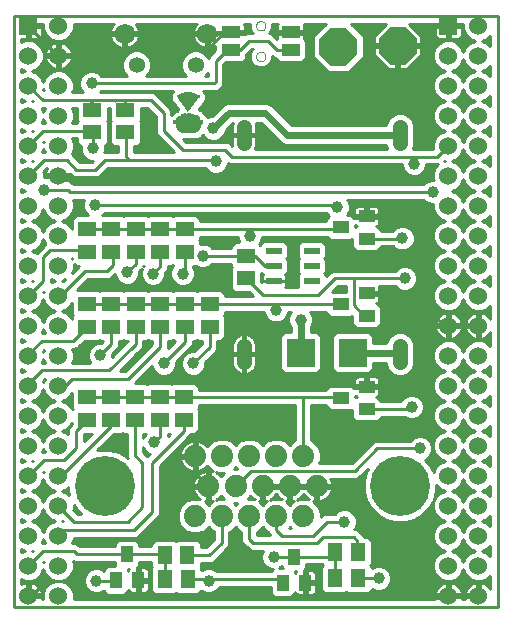
<source format=gbl>
G75*
%MOIN*%
%OFA0B0*%
%FSLAX24Y24*%
%IPPOS*%
%LPD*%
%AMOC8*
5,1,8,0,0,1.08239X$1,22.5*
%
%ADD10C,0.0100*%
%ADD11R,0.0551X0.0394*%
%ADD12R,0.0394X0.0551*%
%ADD13C,0.0600*%
%ADD14R,0.0600X0.0600*%
%ADD15R,0.0591X0.0512*%
%ADD16R,0.0512X0.0591*%
%ADD17R,0.0524X0.0209*%
%ADD18R,0.0610X0.0394*%
%ADD19C,0.0000*%
%ADD20C,0.0740*%
%ADD21C,0.2000*%
%ADD22C,0.0679*%
%ADD23C,0.0535*%
%ADD24C,0.0515*%
%ADD25OC8,0.1250*%
%ADD26R,0.0945X0.0945*%
%ADD27R,0.0421X0.0004*%
%ADD28R,0.0465X0.0004*%
%ADD29R,0.0492X0.0004*%
%ADD30R,0.0516X0.0004*%
%ADD31R,0.0531X0.0004*%
%ADD32R,0.0547X0.0004*%
%ADD33R,0.0563X0.0004*%
%ADD34R,0.0575X0.0004*%
%ADD35R,0.0587X0.0004*%
%ADD36R,0.0598X0.0004*%
%ADD37R,0.0610X0.0004*%
%ADD38R,0.0618X0.0004*%
%ADD39R,0.0626X0.0004*%
%ADD40R,0.0638X0.0004*%
%ADD41R,0.0646X0.0004*%
%ADD42R,0.0650X0.0004*%
%ADD43R,0.0657X0.0004*%
%ADD44R,0.0665X0.0004*%
%ADD45R,0.0673X0.0004*%
%ADD46R,0.0677X0.0004*%
%ADD47R,0.0685X0.0004*%
%ADD48R,0.0689X0.0004*%
%ADD49R,0.0693X0.0004*%
%ADD50R,0.0701X0.0004*%
%ADD51R,0.0705X0.0004*%
%ADD52R,0.0709X0.0004*%
%ADD53R,0.0717X0.0004*%
%ADD54R,0.0720X0.0004*%
%ADD55R,0.0724X0.0004*%
%ADD56R,0.0728X0.0004*%
%ADD57R,0.0732X0.0004*%
%ADD58R,0.0736X0.0004*%
%ADD59R,0.0740X0.0004*%
%ADD60R,0.0744X0.0004*%
%ADD61R,0.0748X0.0004*%
%ADD62R,0.0752X0.0004*%
%ADD63R,0.0756X0.0004*%
%ADD64R,0.0760X0.0004*%
%ADD65R,0.0764X0.0004*%
%ADD66R,0.0768X0.0004*%
%ADD67R,0.0772X0.0004*%
%ADD68R,0.0776X0.0004*%
%ADD69R,0.0780X0.0004*%
%ADD70R,0.0783X0.0004*%
%ADD71R,0.0787X0.0004*%
%ADD72R,0.0791X0.0004*%
%ADD73R,0.0795X0.0004*%
%ADD74R,0.0799X0.0004*%
%ADD75R,0.0803X0.0004*%
%ADD76R,0.0807X0.0004*%
%ADD77R,0.0811X0.0004*%
%ADD78R,0.0815X0.0004*%
%ADD79R,0.0819X0.0004*%
%ADD80R,0.0823X0.0004*%
%ADD81R,0.0827X0.0004*%
%ADD82R,0.0831X0.0004*%
%ADD83R,0.0835X0.0004*%
%ADD84R,0.0839X0.0004*%
%ADD85R,0.0909X0.0004*%
%ADD86R,0.0937X0.0004*%
%ADD87R,0.0953X0.0004*%
%ADD88R,0.0961X0.0004*%
%ADD89R,0.0969X0.0004*%
%ADD90R,0.0976X0.0004*%
%ADD91R,0.0980X0.0004*%
%ADD92R,0.0984X0.0004*%
%ADD93R,0.0965X0.0004*%
%ADD94R,0.0957X0.0004*%
%ADD95R,0.0945X0.0004*%
%ADD96R,0.0921X0.0004*%
%ADD97R,0.0232X0.0004*%
%ADD98R,0.0555X0.0004*%
%ADD99R,0.0224X0.0004*%
%ADD100R,0.0543X0.0004*%
%ADD101R,0.0539X0.0004*%
%ADD102R,0.0220X0.0004*%
%ADD103R,0.0535X0.0004*%
%ADD104R,0.0528X0.0004*%
%ADD105R,0.0520X0.0004*%
%ADD106R,0.0512X0.0004*%
%ADD107R,0.0500X0.0004*%
%ADD108R,0.0488X0.0004*%
%ADD109R,0.0484X0.0004*%
%ADD110R,0.0476X0.0004*%
%ADD111R,0.0449X0.0004*%
%ADD112R,0.0370X0.0004*%
%ADD113R,0.0043X0.0004*%
%ADD114R,0.0228X0.0004*%
%ADD115R,0.0358X0.0004*%
%ADD116R,0.0350X0.0004*%
%ADD117R,0.0343X0.0004*%
%ADD118R,0.0331X0.0004*%
%ADD119R,0.0319X0.0004*%
%ADD120R,0.0311X0.0004*%
%ADD121R,0.0307X0.0004*%
%ADD122R,0.0303X0.0004*%
%ADD123R,0.0063X0.0004*%
%ADD124R,0.0130X0.0004*%
%ADD125R,0.0445X0.0004*%
%ADD126R,0.0437X0.0004*%
%ADD127R,0.0433X0.0004*%
%ADD128R,0.0362X0.0004*%
%ADD129R,0.0047X0.0004*%
%ADD130R,0.0354X0.0004*%
%ADD131R,0.0031X0.0004*%
%ADD132R,0.0346X0.0004*%
%ADD133R,0.0339X0.0004*%
%ADD134R,0.0055X0.0004*%
%ADD135R,0.0177X0.0004*%
%ADD136R,0.0035X0.0004*%
%ADD137R,0.0161X0.0004*%
%ADD138R,0.0051X0.0004*%
%ADD139R,0.0142X0.0004*%
%ADD140R,0.0118X0.0004*%
%ADD141R,0.0091X0.0004*%
%ADD142R,0.0024X0.0004*%
%ADD143R,0.0020X0.0004*%
%ADD144R,0.0008X0.0004*%
%ADD145R,0.0004X0.0004*%
%ADD146R,0.0012X0.0004*%
%ADD147R,0.0028X0.0004*%
%ADD148R,0.0059X0.0004*%
%ADD149R,0.0067X0.0004*%
%ADD150R,0.0075X0.0004*%
%ADD151R,0.0083X0.0004*%
%ADD152R,0.0098X0.0004*%
%ADD153R,0.0106X0.0004*%
%ADD154R,0.0114X0.0004*%
%ADD155R,0.0122X0.0004*%
%ADD156R,0.0138X0.0004*%
%ADD157R,0.0146X0.0004*%
%ADD158R,0.0154X0.0004*%
%ADD159R,0.0165X0.0004*%
%ADD160R,0.0169X0.0004*%
%ADD161R,0.0185X0.0004*%
%ADD162R,0.0189X0.0004*%
%ADD163R,0.0193X0.0004*%
%ADD164R,0.0201X0.0004*%
%ADD165R,0.0209X0.0004*%
%ADD166R,0.0213X0.0004*%
%ADD167R,0.0217X0.0004*%
%ADD168R,0.0236X0.0004*%
%ADD169R,0.0240X0.0004*%
%ADD170R,0.0248X0.0004*%
%ADD171R,0.0256X0.0004*%
%ADD172R,0.0264X0.0004*%
%ADD173R,0.0272X0.0004*%
%ADD174R,0.0280X0.0004*%
%ADD175R,0.0287X0.0004*%
%ADD176R,0.0295X0.0004*%
%ADD177R,0.0299X0.0004*%
%ADD178R,0.0126X0.0004*%
%ADD179R,0.0157X0.0004*%
%ADD180R,0.0134X0.0004*%
%ADD181R,0.0173X0.0004*%
%ADD182R,0.0366X0.0004*%
%ADD183R,0.0374X0.0004*%
%ADD184R,0.0382X0.0004*%
%ADD185R,0.0390X0.0004*%
%ADD186R,0.0394X0.0004*%
%ADD187R,0.0398X0.0004*%
%ADD188R,0.0406X0.0004*%
%ADD189R,0.0409X0.0004*%
%ADD190R,0.0417X0.0004*%
%ADD191R,0.0429X0.0004*%
%ADD192R,0.0441X0.0004*%
%ADD193R,0.0453X0.0004*%
%ADD194R,0.0457X0.0004*%
%ADD195R,0.0469X0.0004*%
%ADD196R,0.0480X0.0004*%
%ADD197R,0.0504X0.0004*%
%ADD198R,0.0508X0.0004*%
%ADD199R,0.0551X0.0004*%
%ADD200R,0.0567X0.0004*%
%ADD201R,0.0579X0.0004*%
%ADD202R,0.0413X0.0004*%
%ADD203R,0.0425X0.0004*%
%ADD204R,0.0181X0.0004*%
%ADD205R,0.0634X0.0004*%
%ADD206R,0.0654X0.0004*%
%ADD207R,0.0661X0.0004*%
%ADD208R,0.0669X0.0004*%
%ADD209R,0.0697X0.0004*%
%ADD210R,0.0244X0.0004*%
%ADD211R,0.0252X0.0004*%
%ADD212R,0.0461X0.0004*%
%ADD213R,0.0094X0.0004*%
%ADD214R,0.0622X0.0004*%
%ADD215R,0.0102X0.0004*%
%ADD216R,0.0630X0.0004*%
%ADD217R,0.0614X0.0004*%
%ADD218R,0.0583X0.0004*%
%ADD219R,0.0327X0.0004*%
%ADD220C,0.0396*%
%ADD221C,0.0240*%
D10*
X004503Y003075D02*
X004503Y022760D01*
X020645Y022760D01*
X020645Y003075D01*
X004503Y003075D01*
X004945Y003492D02*
X004945Y003889D01*
X004890Y003880D01*
X004823Y003859D01*
X004763Y003828D01*
X004763Y003986D01*
X004894Y003932D01*
X005097Y003932D01*
X005284Y004009D01*
X005428Y004153D01*
X005495Y004316D01*
X005563Y004153D01*
X005706Y004009D01*
X005870Y003942D01*
X005706Y003874D01*
X005563Y003730D01*
X005485Y003543D01*
X005485Y003340D01*
X005487Y003335D01*
X005434Y003335D01*
X005434Y003336D01*
X005443Y003392D01*
X005045Y003392D01*
X005045Y003492D01*
X004945Y003492D01*
X004945Y003509D02*
X005045Y003509D01*
X005045Y003492D02*
X005045Y003889D01*
X005101Y003880D01*
X005168Y003859D01*
X005231Y003826D01*
X005288Y003785D01*
X005338Y003735D01*
X005380Y003677D01*
X005412Y003614D01*
X005434Y003547D01*
X005443Y003492D01*
X005045Y003492D01*
X005066Y003442D02*
X005566Y003942D01*
X006432Y003942D01*
X007023Y003351D01*
X008676Y003351D01*
X008657Y003370D01*
X008657Y003955D01*
X008706Y004001D02*
X009083Y004001D01*
X009004Y004003D02*
X009004Y004250D01*
X008994Y004288D01*
X008974Y004323D01*
X008946Y004351D01*
X008912Y004370D01*
X008874Y004381D01*
X008706Y004381D01*
X008706Y004003D01*
X009004Y004003D01*
X009004Y003907D02*
X008706Y003907D01*
X008706Y004003D01*
X008609Y004003D01*
X008609Y004377D01*
X008690Y004459D01*
X008690Y004561D01*
X009082Y004561D01*
X009082Y004408D01*
X009101Y004389D01*
X009083Y004371D01*
X009083Y003606D01*
X009206Y003483D01*
X009892Y003483D01*
X009923Y003514D01*
X009954Y003483D01*
X010640Y003483D01*
X010760Y003604D01*
X010768Y003596D01*
X010918Y003533D01*
X011080Y003533D01*
X011230Y003596D01*
X011345Y003710D01*
X011353Y003728D01*
X013072Y003728D01*
X013072Y003514D01*
X013195Y003391D01*
X013763Y003391D01*
X013886Y003514D01*
X013886Y003560D01*
X013891Y003543D01*
X013910Y003509D01*
X013881Y003509D01*
X013910Y003509D02*
X013938Y003481D01*
X013972Y003461D01*
X014011Y003451D01*
X014179Y003451D01*
X014179Y003828D01*
X014276Y003828D01*
X014276Y003925D01*
X014179Y003925D01*
X014179Y004299D01*
X014260Y004380D01*
X014260Y004482D01*
X014768Y004482D01*
X014797Y004454D01*
X014752Y004409D01*
X014752Y003645D01*
X014875Y003522D01*
X015561Y003522D01*
X015592Y003553D01*
X015623Y003522D01*
X016309Y003522D01*
X016432Y003645D01*
X016432Y003680D01*
X016437Y003674D01*
X016587Y003612D01*
X016750Y003612D01*
X016900Y003674D01*
X017014Y003789D01*
X017077Y003939D01*
X017077Y004101D01*
X017014Y004251D01*
X016900Y004366D01*
X016750Y004428D01*
X016587Y004428D01*
X016437Y004366D01*
X016432Y004361D01*
X016432Y004409D01*
X016386Y004455D01*
X016431Y004499D01*
X016431Y005264D01*
X016308Y005387D01*
X016197Y005387D01*
X016180Y005427D01*
X016107Y005501D01*
X015989Y005619D01*
X015893Y005658D01*
X015852Y005658D01*
X015873Y005679D01*
X015935Y005829D01*
X015935Y005991D01*
X015873Y006141D01*
X015758Y006256D01*
X015608Y006318D01*
X015446Y006318D01*
X015296Y006256D01*
X015210Y006170D01*
X014884Y006170D01*
X014789Y006130D01*
X014734Y006075D01*
X014734Y006211D01*
X014646Y006424D01*
X014482Y006587D01*
X014475Y006590D01*
X014481Y006588D01*
X014553Y006577D01*
X014553Y007046D01*
X014084Y007046D01*
X013751Y007046D01*
X013751Y007146D01*
X014553Y007146D01*
X014553Y007046D01*
X014653Y007046D01*
X014653Y007146D01*
X015121Y007146D01*
X015110Y007217D01*
X015085Y007295D01*
X015060Y007343D01*
X015933Y007343D01*
X016028Y007383D01*
X016299Y007654D01*
X016247Y007563D01*
X016164Y007255D01*
X016164Y006936D01*
X016247Y006628D01*
X016406Y006353D01*
X016631Y006127D01*
X016907Y005968D01*
X017215Y005886D01*
X017534Y005886D01*
X017841Y005968D01*
X018117Y006127D01*
X018343Y006353D01*
X018502Y006628D01*
X018584Y006936D01*
X018584Y007131D01*
X018706Y007009D01*
X018870Y006942D01*
X018706Y006874D01*
X018563Y006730D01*
X018485Y006543D01*
X018485Y006340D01*
X018563Y006153D01*
X018706Y006009D01*
X018870Y005942D01*
X018706Y005874D01*
X018563Y005730D01*
X018485Y005543D01*
X018485Y005340D01*
X018563Y005153D01*
X018706Y005009D01*
X018870Y004942D01*
X018706Y004874D01*
X018563Y004730D01*
X018485Y004543D01*
X018485Y004340D01*
X018563Y004153D01*
X018706Y004009D01*
X018894Y003932D01*
X019097Y003932D01*
X019284Y004009D01*
X019428Y004153D01*
X019495Y004316D01*
X019563Y004153D01*
X019706Y004009D01*
X019894Y003932D01*
X020097Y003932D01*
X020284Y004009D01*
X020385Y004110D01*
X020385Y003668D01*
X020380Y003677D01*
X020338Y003735D01*
X020288Y003785D01*
X020231Y003826D01*
X020168Y003859D01*
X020101Y003880D01*
X020045Y003889D01*
X020045Y003492D01*
X019945Y003492D01*
X019945Y003889D01*
X019890Y003880D01*
X019823Y003859D01*
X019759Y003826D01*
X019702Y003785D01*
X019652Y003735D01*
X019610Y003677D01*
X019578Y003614D01*
X019556Y003547D01*
X019548Y003492D01*
X019945Y003492D01*
X019945Y003392D01*
X019548Y003392D01*
X019556Y003336D01*
X019557Y003335D01*
X019434Y003335D01*
X019434Y003336D01*
X019443Y003392D01*
X019045Y003392D01*
X019045Y003492D01*
X018945Y003492D01*
X018945Y003889D01*
X018890Y003880D01*
X018823Y003859D01*
X018759Y003826D01*
X018702Y003785D01*
X018652Y003735D01*
X018610Y003677D01*
X018578Y003614D01*
X018556Y003547D01*
X018548Y003492D01*
X018945Y003492D01*
X018945Y003392D01*
X018548Y003392D01*
X018556Y003336D01*
X018557Y003335D01*
X006503Y003335D01*
X006505Y003340D01*
X006505Y003543D01*
X006428Y003730D01*
X006284Y003874D01*
X006121Y003942D01*
X006284Y004009D01*
X006428Y004153D01*
X006505Y004340D01*
X006505Y004543D01*
X006484Y004594D01*
X006564Y004561D01*
X007877Y004561D01*
X007877Y004459D01*
X007895Y004441D01*
X007626Y004441D01*
X007503Y004318D01*
X007503Y004275D01*
X007490Y004288D01*
X007340Y004350D01*
X007178Y004350D01*
X007028Y004288D01*
X006913Y004173D01*
X006851Y004023D01*
X006851Y003860D01*
X006913Y003710D01*
X007028Y003596D01*
X007178Y003533D01*
X007340Y003533D01*
X007490Y003596D01*
X007503Y003608D01*
X007503Y003592D01*
X007626Y003469D01*
X008193Y003469D01*
X008316Y003592D01*
X008316Y003638D01*
X008321Y003621D01*
X008341Y003587D01*
X008368Y003559D01*
X008403Y003540D01*
X008441Y003529D01*
X008609Y003529D01*
X008609Y003907D01*
X008706Y003907D01*
X008706Y003529D01*
X008874Y003529D01*
X008912Y003540D01*
X008946Y003559D01*
X008974Y003587D01*
X008994Y003621D01*
X009004Y003660D01*
X009004Y003907D01*
X009004Y003903D02*
X009083Y003903D01*
X009083Y003804D02*
X009004Y003804D01*
X009004Y003706D02*
X009083Y003706D01*
X009083Y003607D02*
X008986Y003607D01*
X009180Y003509D02*
X008233Y003509D01*
X008316Y003607D02*
X008329Y003607D01*
X008609Y003607D02*
X008706Y003607D01*
X008706Y003706D02*
X008609Y003706D01*
X008609Y003804D02*
X008706Y003804D01*
X008706Y003903D02*
X008609Y003903D01*
X008609Y004100D02*
X008706Y004100D01*
X008706Y004198D02*
X008609Y004198D01*
X008609Y004297D02*
X008706Y004297D01*
X008627Y004395D02*
X009094Y004395D01*
X009083Y004297D02*
X008989Y004297D01*
X009004Y004198D02*
X009083Y004198D01*
X009083Y004100D02*
X009004Y004100D01*
X009082Y004494D02*
X008690Y004494D01*
X008353Y004336D02*
X008341Y004323D01*
X008321Y004288D01*
X008316Y004271D01*
X008316Y004318D01*
X008298Y004336D01*
X008353Y004336D01*
X008326Y004297D02*
X008316Y004297D01*
X007877Y004494D02*
X006505Y004494D01*
X006505Y004395D02*
X007580Y004395D01*
X007503Y004297D02*
X007468Y004297D01*
X007051Y004297D02*
X006487Y004297D01*
X006447Y004198D02*
X006939Y004198D01*
X006883Y004100D02*
X006375Y004100D01*
X006265Y004001D02*
X006851Y004001D01*
X006851Y003903D02*
X006214Y003903D01*
X006354Y003804D02*
X006874Y003804D01*
X006917Y003706D02*
X006438Y003706D01*
X006479Y003607D02*
X007016Y003607D01*
X007259Y003942D02*
X007896Y003942D01*
X007909Y003955D01*
X007503Y003607D02*
X007502Y003607D01*
X007586Y003509D02*
X006505Y003509D01*
X006505Y003410D02*
X013175Y003410D01*
X013077Y003509D02*
X010666Y003509D01*
X010999Y003942D02*
X010952Y003988D01*
X013393Y003988D01*
X013505Y003876D01*
X013519Y003863D01*
X013505Y003876D02*
X013479Y003876D01*
X013072Y003706D02*
X011341Y003706D01*
X011242Y003607D02*
X013072Y003607D01*
X013082Y004248D02*
X011269Y004248D01*
X011230Y004288D01*
X011080Y004350D01*
X010918Y004350D01*
X010768Y004288D01*
X010763Y004282D01*
X010763Y004371D01*
X010744Y004390D01*
X010762Y004408D01*
X010762Y004530D01*
X011073Y004530D01*
X011168Y004570D01*
X011580Y004981D01*
X011653Y005054D01*
X011692Y005150D01*
X011692Y005568D01*
X011778Y005604D01*
X011900Y005726D01*
X012022Y005604D01*
X012091Y005575D01*
X012091Y005294D01*
X012130Y005199D01*
X012275Y005054D01*
X012348Y004981D01*
X012444Y004941D01*
X012811Y004941D01*
X012756Y004810D01*
X012756Y004648D01*
X012819Y004498D01*
X012933Y004383D01*
X013083Y004321D01*
X013154Y004321D01*
X013082Y004248D01*
X013130Y004297D02*
X011208Y004297D01*
X011191Y004592D02*
X012779Y004592D01*
X012756Y004691D02*
X011289Y004691D01*
X011388Y004789D02*
X012756Y004789D01*
X012789Y004888D02*
X011486Y004888D01*
X011585Y004986D02*
X012343Y004986D01*
X012244Y005085D02*
X011665Y005085D01*
X011692Y005183D02*
X012146Y005183D01*
X012096Y005282D02*
X011692Y005282D01*
X011692Y005380D02*
X012091Y005380D01*
X012091Y005479D02*
X011692Y005479D01*
X011714Y005577D02*
X012086Y005577D01*
X011950Y005676D02*
X011850Y005676D01*
X011432Y006079D02*
X011449Y006096D01*
X011432Y006079D02*
X011432Y005201D01*
X011021Y004790D01*
X010296Y004790D01*
X010762Y005050D02*
X010762Y005172D01*
X010639Y005295D01*
X009953Y005295D01*
X009922Y005264D01*
X009890Y005295D01*
X009205Y005295D01*
X009082Y005172D01*
X009082Y005081D01*
X008690Y005081D01*
X008690Y005184D01*
X008567Y005307D01*
X008000Y005307D01*
X007877Y005184D01*
X007877Y005081D01*
X006723Y005081D01*
X006658Y005146D01*
X006563Y005186D01*
X006441Y005186D01*
X006505Y005340D01*
X006505Y005374D01*
X008571Y005374D01*
X008666Y005414D01*
X008739Y005487D01*
X009330Y006078D01*
X009369Y006173D01*
X009369Y007771D01*
X010395Y008796D01*
X010411Y008835D01*
X010557Y008835D01*
X010680Y008958D01*
X010680Y009644D01*
X010649Y009675D01*
X010680Y009706D01*
X010680Y009789D01*
X013889Y009789D01*
X013889Y009756D01*
X013894Y009744D01*
X013894Y008616D01*
X013825Y008587D01*
X013703Y008465D01*
X013581Y008587D01*
X013368Y008676D01*
X013137Y008676D01*
X012924Y008587D01*
X012802Y008465D01*
X012679Y008587D01*
X012466Y008676D01*
X012235Y008676D01*
X012022Y008587D01*
X011900Y008465D01*
X011778Y008587D01*
X011565Y008676D01*
X011334Y008676D01*
X011121Y008587D01*
X010957Y008424D01*
X010955Y008419D01*
X010944Y008434D01*
X010886Y008492D01*
X010820Y008540D01*
X010747Y008577D01*
X010669Y008603D01*
X010598Y008614D01*
X010598Y008146D01*
X010498Y008146D01*
X010498Y008614D01*
X010426Y008603D01*
X010348Y008577D01*
X010275Y008540D01*
X010209Y008492D01*
X010151Y008434D01*
X010032Y008434D01*
X010103Y008368D02*
X010066Y008295D01*
X010040Y008217D01*
X010029Y008146D01*
X010498Y008146D01*
X010498Y008046D01*
X010029Y008046D01*
X010040Y007974D01*
X010066Y007896D01*
X010103Y007823D01*
X010151Y007757D01*
X010209Y007699D01*
X010275Y007651D01*
X010348Y007614D01*
X010426Y007588D01*
X010498Y007577D01*
X010498Y008046D01*
X010598Y008046D01*
X010598Y007577D01*
X010669Y007588D01*
X010747Y007614D01*
X010820Y007651D01*
X010886Y007699D01*
X010944Y007757D01*
X010955Y007772D01*
X010957Y007767D01*
X011121Y007604D01*
X011142Y007595D01*
X011118Y007603D01*
X011046Y007614D01*
X011046Y007146D01*
X010946Y007146D01*
X010946Y007614D01*
X010875Y007603D01*
X010797Y007577D01*
X010724Y007540D01*
X010658Y007492D01*
X010600Y007434D01*
X010552Y007368D01*
X010515Y007295D01*
X010489Y007217D01*
X010478Y007146D01*
X010946Y007146D01*
X010946Y007046D01*
X010478Y007046D01*
X010489Y006974D01*
X010515Y006896D01*
X010552Y006823D01*
X010600Y006757D01*
X010658Y006699D01*
X010724Y006651D01*
X010729Y006648D01*
X010663Y006676D01*
X010432Y006676D01*
X010219Y006587D01*
X010056Y006424D01*
X009968Y006211D01*
X009968Y005980D01*
X010056Y005767D01*
X010219Y005604D01*
X010432Y005516D01*
X010663Y005516D01*
X010876Y005604D01*
X010998Y005726D01*
X011121Y005604D01*
X011172Y005582D01*
X011172Y005309D01*
X010913Y005050D01*
X010762Y005050D01*
X010762Y005085D02*
X010948Y005085D01*
X011047Y005183D02*
X010750Y005183D01*
X010652Y005282D02*
X011145Y005282D01*
X011172Y005380D02*
X008585Y005380D01*
X008592Y005282D02*
X009191Y005282D01*
X009093Y005183D02*
X008690Y005183D01*
X008690Y005085D02*
X009082Y005085D01*
X009517Y004821D02*
X009548Y004790D01*
X009548Y003990D01*
X009549Y003988D01*
X009917Y003509D02*
X009928Y003509D01*
X010297Y003988D02*
X010952Y003988D01*
X010791Y004297D02*
X010763Y004297D01*
X010749Y004395D02*
X012921Y004395D01*
X012822Y004494D02*
X010762Y004494D01*
X011172Y005479D02*
X008731Y005479D01*
X008830Y005577D02*
X010283Y005577D01*
X010147Y005676D02*
X008928Y005676D01*
X009027Y005774D02*
X010053Y005774D01*
X010012Y005873D02*
X009125Y005873D01*
X009224Y005971D02*
X009971Y005971D01*
X009968Y006070D02*
X009322Y006070D01*
X009367Y006168D02*
X009968Y006168D01*
X009991Y006267D02*
X009369Y006267D01*
X009369Y006365D02*
X010032Y006365D01*
X010096Y006464D02*
X009369Y006464D01*
X009369Y006562D02*
X010194Y006562D01*
X010397Y006661D02*
X009369Y006661D01*
X009369Y006759D02*
X010598Y006759D01*
X010534Y006858D02*
X009369Y006858D01*
X009369Y006956D02*
X010495Y006956D01*
X010479Y007153D02*
X009369Y007153D01*
X009369Y007055D02*
X010946Y007055D01*
X010946Y007046D02*
X011046Y007046D01*
X011046Y006577D01*
X011118Y006588D01*
X011142Y006596D01*
X011121Y006587D01*
X010998Y006465D01*
X010876Y006587D01*
X010869Y006590D01*
X010875Y006588D01*
X010946Y006577D01*
X010946Y007046D01*
X010996Y007096D02*
X010548Y007544D01*
X010548Y008096D01*
X010498Y008138D02*
X009737Y008138D01*
X009638Y008040D02*
X010030Y008040D01*
X010051Y007941D02*
X009540Y007941D01*
X009441Y007843D02*
X010093Y007843D01*
X010163Y007744D02*
X009369Y007744D01*
X009369Y007646D02*
X010284Y007646D01*
X010498Y007646D02*
X010598Y007646D01*
X010598Y007744D02*
X010498Y007744D01*
X010498Y007843D02*
X010598Y007843D01*
X010598Y007941D02*
X010498Y007941D01*
X010498Y008040D02*
X010598Y008040D01*
X010598Y008237D02*
X010498Y008237D01*
X010498Y008335D02*
X010598Y008335D01*
X010598Y008434D02*
X010498Y008434D01*
X010498Y008532D02*
X010598Y008532D01*
X010831Y008532D02*
X011066Y008532D01*
X010967Y008434D02*
X010944Y008434D01*
X011226Y008631D02*
X010229Y008631D01*
X010264Y008532D02*
X010131Y008532D01*
X010151Y008434D02*
X010103Y008368D01*
X010086Y008335D02*
X009934Y008335D01*
X009835Y008237D02*
X010047Y008237D01*
X010328Y008729D02*
X013894Y008729D01*
X013894Y008631D02*
X013475Y008631D01*
X013636Y008532D02*
X013771Y008532D01*
X013894Y008828D02*
X010408Y008828D01*
X010648Y008926D02*
X013894Y008926D01*
X013894Y009025D02*
X010680Y009025D01*
X010680Y009123D02*
X013894Y009123D01*
X013894Y009222D02*
X010680Y009222D01*
X010680Y009320D02*
X013894Y009320D01*
X013894Y009419D02*
X010680Y009419D01*
X010680Y009517D02*
X013894Y009517D01*
X013894Y009616D02*
X010680Y009616D01*
X010680Y009714D02*
X013894Y009714D01*
X014149Y009808D02*
X014149Y010049D01*
X015364Y010049D01*
X015379Y010034D01*
X015400Y010034D01*
X015781Y009645D02*
X015781Y009376D01*
X015904Y009253D01*
X016629Y009253D01*
X016752Y009376D01*
X016752Y009400D01*
X017523Y009400D01*
X017540Y009383D01*
X017690Y009321D01*
X017852Y009321D01*
X018002Y009383D01*
X018117Y009498D01*
X018179Y009648D01*
X018179Y009810D01*
X018117Y009960D01*
X018002Y010075D01*
X017852Y010137D01*
X017690Y010137D01*
X017540Y010075D01*
X017425Y009960D01*
X017408Y009920D01*
X016752Y009920D01*
X016752Y009944D01*
X016629Y010067D01*
X016583Y010067D01*
X016600Y010071D01*
X016634Y010091D01*
X016662Y010119D01*
X016682Y010153D01*
X016692Y010192D01*
X016692Y010360D01*
X016315Y010360D01*
X016315Y010457D01*
X016218Y010457D01*
X016218Y010755D01*
X015971Y010755D01*
X015933Y010745D01*
X015899Y010725D01*
X015871Y010697D01*
X015851Y010663D01*
X015841Y010625D01*
X015841Y010457D01*
X016218Y010457D01*
X016218Y010360D01*
X015844Y010360D01*
X015763Y010441D01*
X015038Y010441D01*
X014915Y010318D01*
X014915Y010309D01*
X010680Y010309D01*
X010680Y010392D01*
X010557Y010515D01*
X009792Y010515D01*
X009773Y010496D01*
X009753Y010515D01*
X008989Y010515D01*
X008958Y010484D01*
X008927Y010515D01*
X008531Y010515D01*
X009102Y011087D01*
X009157Y010954D01*
X009272Y010840D01*
X009422Y010778D01*
X009584Y010778D01*
X009734Y010840D01*
X009849Y010954D01*
X009911Y011104D01*
X009911Y011226D01*
X010434Y011749D01*
X010474Y011845D01*
X010474Y011945D01*
X010596Y011945D01*
X010623Y011973D01*
X010650Y011945D01*
X010773Y011945D01*
X010773Y011839D01*
X010528Y011594D01*
X010406Y011594D01*
X010256Y011532D01*
X010141Y011417D01*
X010079Y011267D01*
X010079Y011104D01*
X010141Y010954D01*
X010256Y010840D01*
X010406Y010778D01*
X010569Y010778D01*
X010719Y010840D01*
X010833Y010954D01*
X010895Y011104D01*
X010895Y011226D01*
X011180Y011511D01*
X011253Y011584D01*
X011293Y011679D01*
X011293Y011945D01*
X011415Y011945D01*
X011538Y012068D01*
X011538Y012754D01*
X011507Y012785D01*
X011538Y012816D01*
X011538Y012899D01*
X012835Y012899D01*
X012835Y012876D01*
X012897Y012726D01*
X013012Y012611D01*
X013162Y012549D01*
X013324Y012549D01*
X013474Y012611D01*
X013589Y012726D01*
X013651Y012876D01*
X013651Y012899D01*
X013750Y012899D01*
X013724Y012874D01*
X013662Y012724D01*
X013662Y012561D01*
X013724Y012411D01*
X013740Y012395D01*
X013740Y012222D01*
X013511Y012222D01*
X013388Y012099D01*
X013388Y010981D01*
X013511Y010858D01*
X014629Y010858D01*
X014752Y010981D01*
X014752Y012099D01*
X014629Y012222D01*
X014400Y012222D01*
X014400Y012395D01*
X014416Y012411D01*
X014478Y012561D01*
X014478Y012724D01*
X014416Y012874D01*
X014390Y012899D01*
X014915Y012899D01*
X014915Y012868D01*
X015038Y012745D01*
X015763Y012745D01*
X015781Y012763D01*
X015781Y012494D01*
X015904Y012371D01*
X016629Y012371D01*
X016752Y012494D01*
X016752Y013062D01*
X016629Y013185D01*
X016583Y013185D01*
X016600Y013190D01*
X016634Y013209D01*
X016662Y013237D01*
X016682Y013271D01*
X016692Y013310D01*
X016692Y013478D01*
X016315Y013478D01*
X016315Y013575D01*
X016692Y013575D01*
X016692Y013743D01*
X016687Y013760D01*
X017217Y013760D01*
X017303Y013674D01*
X017453Y013612D01*
X017616Y013612D01*
X017766Y013674D01*
X017881Y013789D01*
X017943Y013939D01*
X017943Y014101D01*
X017881Y014251D01*
X017766Y014366D01*
X017616Y014428D01*
X017453Y014428D01*
X017303Y014366D01*
X017217Y014280D01*
X015160Y014280D01*
X015065Y014241D01*
X014991Y014168D01*
X014909Y014085D01*
X014909Y014127D01*
X014851Y014186D01*
X014909Y014244D01*
X014909Y014627D01*
X014851Y014686D01*
X014909Y014744D01*
X014909Y015127D01*
X014786Y015250D01*
X014089Y015250D01*
X013966Y015127D01*
X013966Y014744D01*
X014024Y014686D01*
X013966Y014627D01*
X013966Y014244D01*
X014024Y014186D01*
X013966Y014127D01*
X013966Y013744D01*
X013981Y013729D01*
X013549Y013729D01*
X013559Y013739D01*
X013579Y013773D01*
X013589Y013812D01*
X013589Y013934D01*
X013180Y013934D01*
X013180Y013938D01*
X013589Y013938D01*
X013589Y014060D01*
X013579Y014098D01*
X013559Y014132D01*
X013548Y014143D01*
X013649Y014244D01*
X013649Y014627D01*
X013591Y014686D01*
X013649Y014744D01*
X013649Y015127D01*
X013526Y015250D01*
X012829Y015250D01*
X012724Y015145D01*
X012693Y015176D01*
X012723Y015206D01*
X012785Y015356D01*
X012785Y015399D01*
X014951Y015399D01*
X015038Y015312D01*
X015763Y015312D01*
X015781Y015330D01*
X015781Y015061D01*
X015904Y014938D01*
X016629Y014938D01*
X016752Y015061D01*
X016752Y015085D01*
X017153Y015085D01*
X017225Y015013D01*
X017375Y014951D01*
X017537Y014951D01*
X017687Y015013D01*
X017802Y015128D01*
X017864Y015278D01*
X017864Y015440D01*
X017802Y015590D01*
X017687Y015705D01*
X017537Y015767D01*
X017375Y015767D01*
X017225Y015705D01*
X017125Y015605D01*
X016752Y015605D01*
X016752Y015629D01*
X016629Y015752D01*
X016583Y015752D01*
X016600Y015757D01*
X016634Y015776D01*
X016662Y015804D01*
X016682Y015838D01*
X016692Y015877D01*
X016692Y016045D01*
X016315Y016045D01*
X016315Y016142D01*
X016218Y016142D01*
X016218Y016440D01*
X015971Y016440D01*
X015933Y016430D01*
X015899Y016410D01*
X015871Y016382D01*
X015851Y016348D01*
X015841Y016310D01*
X015841Y016142D01*
X016218Y016142D01*
X016218Y016045D01*
X015844Y016045D01*
X015763Y016126D01*
X015611Y016126D01*
X015636Y016151D01*
X015699Y016301D01*
X015699Y016464D01*
X015636Y016614D01*
X015616Y016634D01*
X018162Y016634D01*
X018248Y016548D01*
X018398Y016486D01*
X018485Y016486D01*
X018485Y016340D01*
X018563Y016153D01*
X018706Y016009D01*
X018870Y015942D01*
X018706Y015874D01*
X018563Y015730D01*
X018485Y015543D01*
X018485Y015340D01*
X018563Y015153D01*
X018706Y015009D01*
X018870Y014942D01*
X018706Y014874D01*
X018563Y014730D01*
X018485Y014543D01*
X018485Y014340D01*
X018563Y014153D01*
X018706Y014009D01*
X018870Y013942D01*
X018706Y013874D01*
X018563Y013730D01*
X018485Y013543D01*
X018485Y013340D01*
X018563Y013153D01*
X018706Y013009D01*
X018894Y012932D01*
X019097Y012932D01*
X019284Y013009D01*
X019428Y013153D01*
X019495Y013316D01*
X019563Y013153D01*
X019706Y013009D01*
X019894Y012932D01*
X020097Y012932D01*
X020284Y013009D01*
X020385Y013110D01*
X020385Y012668D01*
X020380Y012677D01*
X020338Y012735D01*
X020288Y012785D01*
X020231Y012826D01*
X020168Y012859D01*
X020101Y012880D01*
X020045Y012889D01*
X020045Y012492D01*
X019945Y012492D01*
X019945Y012889D01*
X019890Y012880D01*
X019823Y012859D01*
X019759Y012826D01*
X019702Y012785D01*
X019652Y012735D01*
X019610Y012677D01*
X019578Y012614D01*
X019556Y012547D01*
X019548Y012492D01*
X019945Y012492D01*
X019945Y012392D01*
X019548Y012392D01*
X019556Y012336D01*
X019578Y012269D01*
X019610Y012206D01*
X019652Y012148D01*
X019702Y012098D01*
X019759Y012057D01*
X019823Y012025D01*
X019890Y012003D01*
X019945Y011994D01*
X019945Y012392D01*
X020045Y012392D01*
X020045Y011994D01*
X020101Y012003D01*
X020168Y012025D01*
X020231Y012057D01*
X020288Y012098D01*
X020338Y012148D01*
X020380Y012206D01*
X020385Y012215D01*
X020385Y011773D01*
X020284Y011874D01*
X020097Y011952D01*
X019894Y011952D01*
X019706Y011874D01*
X019563Y011730D01*
X019495Y011567D01*
X019428Y011730D01*
X019284Y011874D01*
X019097Y011952D01*
X018894Y011952D01*
X018706Y011874D01*
X018563Y011730D01*
X018485Y011543D01*
X018485Y011340D01*
X018563Y011153D01*
X018706Y011009D01*
X018870Y010942D01*
X018706Y010874D01*
X018563Y010730D01*
X018485Y010543D01*
X018485Y010340D01*
X018563Y010153D01*
X018706Y010009D01*
X018870Y009942D01*
X018706Y009874D01*
X018563Y009730D01*
X018485Y009543D01*
X018485Y009340D01*
X018563Y009153D01*
X018706Y009009D01*
X018870Y008942D01*
X018706Y008874D01*
X018563Y008730D01*
X018485Y008543D01*
X018485Y008340D01*
X018563Y008153D01*
X018706Y008009D01*
X018870Y007942D01*
X018706Y007874D01*
X018563Y007730D01*
X018497Y007571D01*
X018343Y007838D01*
X018206Y007975D01*
X018278Y008005D01*
X018392Y008120D01*
X018455Y008270D01*
X018455Y008432D01*
X018392Y008582D01*
X018278Y008697D01*
X018128Y008759D01*
X017965Y008759D01*
X017815Y008697D01*
X017729Y008611D01*
X016577Y008611D01*
X016482Y008571D01*
X016409Y008498D01*
X015773Y007863D01*
X014685Y007863D01*
X014734Y007980D01*
X014734Y008211D01*
X014646Y008424D01*
X014482Y008587D01*
X014414Y008616D01*
X014414Y009789D01*
X014915Y009789D01*
X014915Y009750D01*
X015038Y009627D01*
X015763Y009627D01*
X015781Y009645D01*
X015781Y009616D02*
X014414Y009616D01*
X014414Y009714D02*
X014951Y009714D01*
X014414Y009517D02*
X015781Y009517D01*
X015781Y009419D02*
X014414Y009419D01*
X014414Y009320D02*
X015837Y009320D01*
X016267Y009660D02*
X017702Y009660D01*
X017771Y009729D01*
X018067Y010010D02*
X018706Y010010D01*
X018797Y009911D02*
X018137Y009911D01*
X018178Y009813D02*
X018645Y009813D01*
X018556Y009714D02*
X018179Y009714D01*
X018166Y009616D02*
X018515Y009616D01*
X018485Y009517D02*
X018125Y009517D01*
X018038Y009419D02*
X018485Y009419D01*
X018493Y009320D02*
X016696Y009320D01*
X016686Y010010D02*
X017475Y010010D01*
X017621Y010108D02*
X016651Y010108D01*
X016692Y010207D02*
X018540Y010207D01*
X018500Y010305D02*
X016692Y010305D01*
X016692Y010457D02*
X016315Y010457D01*
X016315Y010755D01*
X016562Y010755D01*
X016600Y010745D01*
X016634Y010725D01*
X016662Y010697D01*
X016682Y010663D01*
X016692Y010625D01*
X016692Y010457D01*
X016692Y010502D02*
X018485Y010502D01*
X018485Y010404D02*
X016315Y010404D01*
X016267Y010408D02*
X016335Y010477D01*
X016905Y010477D01*
X016692Y010601D02*
X018509Y010601D01*
X018550Y010699D02*
X016660Y010699D01*
X016401Y010896D02*
X017063Y010896D01*
X017121Y010838D02*
X017293Y010767D01*
X017479Y010767D01*
X017651Y010838D01*
X017782Y010970D01*
X017853Y011141D01*
X017853Y011842D01*
X017782Y012014D01*
X017651Y012146D01*
X017479Y012217D01*
X017293Y012217D01*
X017121Y012146D01*
X016989Y012014D01*
X016930Y011870D01*
X016485Y011870D01*
X016485Y012099D01*
X016362Y012222D01*
X015243Y012222D01*
X015120Y012099D01*
X015120Y010981D01*
X015243Y010858D01*
X016362Y010858D01*
X016485Y010981D01*
X016485Y011210D01*
X016918Y011210D01*
X016918Y011141D01*
X016989Y010970D01*
X017121Y010838D01*
X017218Y010798D02*
X010618Y010798D01*
X010775Y010896D02*
X011958Y010896D01*
X011972Y010886D02*
X012029Y010857D01*
X012090Y010837D01*
X012154Y010827D01*
X012157Y010827D01*
X012157Y011463D01*
X012215Y011463D01*
X012215Y011521D01*
X012593Y011521D01*
X012593Y011782D01*
X012583Y011845D01*
X012563Y011906D01*
X012534Y011963D01*
X012497Y012015D01*
X012451Y012060D01*
X012399Y012098D01*
X012342Y012127D01*
X012281Y012147D01*
X012218Y012157D01*
X012215Y012157D01*
X012215Y011521D01*
X012157Y011521D01*
X012157Y012157D01*
X012154Y012157D01*
X012090Y012147D01*
X012029Y012127D01*
X011972Y012098D01*
X011920Y012060D01*
X011875Y012015D01*
X011837Y011963D01*
X011808Y011906D01*
X011788Y011845D01*
X011778Y011782D01*
X011778Y011521D01*
X012157Y011521D01*
X012157Y011463D01*
X011778Y011463D01*
X011778Y011202D01*
X011788Y011139D01*
X011808Y011078D01*
X011837Y011021D01*
X011875Y010969D01*
X011920Y010924D01*
X011972Y010886D01*
X011856Y010995D02*
X010850Y010995D01*
X010891Y011093D02*
X011803Y011093D01*
X011780Y011192D02*
X010895Y011192D01*
X010960Y011290D02*
X011778Y011290D01*
X011778Y011389D02*
X011058Y011389D01*
X011157Y011487D02*
X012157Y011487D01*
X012215Y011487D02*
X013388Y011487D01*
X013388Y011389D02*
X012593Y011389D01*
X012593Y011463D02*
X012215Y011463D01*
X012215Y010827D01*
X012218Y010827D01*
X012281Y010837D01*
X012342Y010857D01*
X012399Y010886D01*
X012451Y010924D01*
X012497Y010969D01*
X012534Y011021D01*
X012563Y011078D01*
X012583Y011139D01*
X012593Y011202D01*
X012593Y011463D01*
X012593Y011586D02*
X013388Y011586D01*
X013388Y011684D02*
X012593Y011684D01*
X012593Y011783D02*
X013388Y011783D01*
X013388Y011881D02*
X012571Y011881D01*
X012522Y011980D02*
X013388Y011980D01*
X013388Y012078D02*
X012426Y012078D01*
X012215Y012078D02*
X012157Y012078D01*
X012157Y011980D02*
X012215Y011980D01*
X012215Y011881D02*
X012157Y011881D01*
X012157Y011783D02*
X012215Y011783D01*
X012215Y011684D02*
X012157Y011684D01*
X012157Y011586D02*
X012215Y011586D01*
X012215Y011389D02*
X012157Y011389D01*
X012157Y011290D02*
X012215Y011290D01*
X012215Y011192D02*
X012157Y011192D01*
X012157Y011093D02*
X012215Y011093D01*
X012215Y010995D02*
X012157Y010995D01*
X012157Y010896D02*
X012215Y010896D01*
X012414Y010896D02*
X013472Y010896D01*
X013388Y010995D02*
X012515Y010995D01*
X012568Y011093D02*
X013388Y011093D01*
X013388Y011192D02*
X012592Y011192D01*
X012593Y011290D02*
X013388Y011290D01*
X013465Y012177D02*
X011538Y012177D01*
X011538Y012275D02*
X013740Y012275D01*
X013740Y012374D02*
X011538Y012374D01*
X011538Y012472D02*
X013699Y012472D01*
X013662Y012571D02*
X013377Y012571D01*
X013533Y012669D02*
X013662Y012669D01*
X013680Y012768D02*
X013607Y012768D01*
X013647Y012866D02*
X013721Y012866D01*
X013243Y012957D02*
X013243Y013159D01*
X015094Y013159D01*
X015101Y013152D01*
X015400Y013152D01*
X015133Y013154D02*
X015128Y013159D01*
X015094Y013159D01*
X015118Y013559D02*
X015582Y013559D01*
X015582Y013760D01*
X015319Y013760D01*
X015118Y013559D01*
X015214Y013654D02*
X015582Y013654D01*
X015582Y013753D02*
X015312Y013753D01*
X015212Y014020D02*
X015802Y014020D01*
X015842Y013981D01*
X015842Y013115D01*
X016178Y012778D01*
X016267Y012778D01*
X015803Y012472D02*
X014441Y012472D01*
X014478Y012571D02*
X015781Y012571D01*
X015781Y012669D02*
X014478Y012669D01*
X014460Y012768D02*
X015015Y012768D01*
X014917Y012866D02*
X014419Y012866D01*
X014400Y012374D02*
X015901Y012374D01*
X016407Y012177D02*
X017196Y012177D01*
X017054Y012078D02*
X016485Y012078D01*
X016485Y011980D02*
X016975Y011980D01*
X016934Y011881D02*
X016485Y011881D01*
X016632Y012374D02*
X018550Y012374D01*
X018548Y012392D02*
X018556Y012336D01*
X018578Y012269D01*
X018610Y012206D01*
X018652Y012148D01*
X018702Y012098D01*
X018759Y012057D01*
X018823Y012025D01*
X018890Y012003D01*
X018945Y011994D01*
X018945Y012392D01*
X018548Y012392D01*
X018548Y012492D02*
X018945Y012492D01*
X018945Y012889D01*
X018890Y012880D01*
X018823Y012859D01*
X018759Y012826D01*
X018702Y012785D01*
X018652Y012735D01*
X018610Y012677D01*
X018578Y012614D01*
X018556Y012547D01*
X018548Y012492D01*
X018564Y012571D02*
X016752Y012571D01*
X016752Y012669D02*
X018606Y012669D01*
X018685Y012768D02*
X016752Y012768D01*
X016752Y012866D02*
X018847Y012866D01*
X018945Y012866D02*
X019045Y012866D01*
X019045Y012889D02*
X019045Y012492D01*
X018945Y012492D01*
X018945Y012392D01*
X019045Y012392D01*
X019045Y012492D01*
X019443Y012492D01*
X019434Y012547D01*
X019412Y012614D01*
X019380Y012677D01*
X019338Y012735D01*
X019288Y012785D01*
X019231Y012826D01*
X019168Y012859D01*
X019101Y012880D01*
X019045Y012889D01*
X019144Y012866D02*
X019847Y012866D01*
X019945Y012866D02*
X020045Y012866D01*
X020045Y012768D02*
X019945Y012768D01*
X019945Y012669D02*
X020045Y012669D01*
X020045Y012571D02*
X019945Y012571D01*
X019945Y012472D02*
X019045Y012472D01*
X018995Y012442D02*
X018838Y012442D01*
X017731Y013548D01*
X016983Y013548D01*
X016962Y013526D01*
X016267Y013526D01*
X016315Y013556D02*
X018491Y013556D01*
X018485Y013457D02*
X016692Y013457D01*
X016692Y013359D02*
X018485Y013359D01*
X018518Y013260D02*
X016676Y013260D01*
X016652Y013162D02*
X018559Y013162D01*
X018652Y013063D02*
X016751Y013063D01*
X016752Y012965D02*
X018813Y012965D01*
X018945Y012768D02*
X019045Y012768D01*
X019045Y012669D02*
X018945Y012669D01*
X018945Y012571D02*
X019045Y012571D01*
X018995Y012442D02*
X019995Y012442D01*
X019945Y012374D02*
X020045Y012374D01*
X020045Y012275D02*
X019945Y012275D01*
X019945Y012177D02*
X020045Y012177D01*
X020045Y012078D02*
X019945Y012078D01*
X019729Y012078D02*
X019261Y012078D01*
X019288Y012098D02*
X019338Y012148D01*
X019380Y012206D01*
X019412Y012269D01*
X019434Y012336D01*
X019443Y012392D01*
X019045Y012392D01*
X019045Y011994D01*
X019101Y012003D01*
X019168Y012025D01*
X019231Y012057D01*
X019288Y012098D01*
X019359Y012177D02*
X019631Y012177D01*
X019576Y012275D02*
X019414Y012275D01*
X019440Y012374D02*
X019550Y012374D01*
X019564Y012571D02*
X019426Y012571D01*
X019384Y012669D02*
X019606Y012669D01*
X019685Y012768D02*
X019305Y012768D01*
X019177Y012965D02*
X019813Y012965D01*
X019652Y013063D02*
X019338Y013063D01*
X019431Y013162D02*
X019559Y013162D01*
X019518Y013260D02*
X019472Y013260D01*
X019495Y013567D02*
X019428Y013730D01*
X019284Y013874D01*
X019121Y013942D01*
X019284Y014009D01*
X019428Y014153D01*
X019495Y014316D01*
X019563Y014153D01*
X019706Y014009D01*
X019870Y013942D01*
X019706Y013874D01*
X019563Y013730D01*
X019495Y013567D01*
X019459Y013654D02*
X019531Y013654D01*
X019585Y013753D02*
X019405Y013753D01*
X019307Y013851D02*
X019684Y013851D01*
X019849Y013950D02*
X019141Y013950D01*
X019323Y014048D02*
X019667Y014048D01*
X019569Y014147D02*
X019422Y014147D01*
X019466Y014245D02*
X019524Y014245D01*
X019495Y014567D02*
X019428Y014730D01*
X019284Y014874D01*
X019121Y014942D01*
X019284Y015009D01*
X019428Y015153D01*
X019495Y015316D01*
X019563Y015153D01*
X019706Y015009D01*
X019870Y014942D01*
X019706Y014874D01*
X019563Y014730D01*
X019495Y014567D01*
X019465Y014639D02*
X019525Y014639D01*
X019570Y014738D02*
X019420Y014738D01*
X019322Y014836D02*
X019669Y014836D01*
X019682Y015033D02*
X019308Y015033D01*
X019407Y015132D02*
X019584Y015132D01*
X019531Y015230D02*
X019460Y015230D01*
X019137Y014935D02*
X019854Y014935D01*
X020121Y014942D02*
X020284Y015009D01*
X020385Y015110D01*
X020385Y014773D01*
X020284Y014874D01*
X020121Y014942D01*
X020137Y014935D02*
X020385Y014935D01*
X020385Y015033D02*
X020308Y015033D01*
X020322Y014836D02*
X020385Y014836D01*
X020385Y014110D02*
X020385Y013773D01*
X020284Y013874D01*
X020121Y013942D01*
X020284Y014009D01*
X020385Y014110D01*
X020385Y014048D02*
X020323Y014048D01*
X020385Y013950D02*
X020141Y013950D01*
X020307Y013851D02*
X020385Y013851D01*
X020385Y013063D02*
X020338Y013063D01*
X020385Y012965D02*
X020177Y012965D01*
X020144Y012866D02*
X020385Y012866D01*
X020385Y012768D02*
X020305Y012768D01*
X020384Y012669D02*
X020385Y012669D01*
X020359Y012177D02*
X020385Y012177D01*
X020385Y012078D02*
X020261Y012078D01*
X020385Y011980D02*
X017796Y011980D01*
X017837Y011881D02*
X018725Y011881D01*
X018615Y011783D02*
X017853Y011783D01*
X017853Y011684D02*
X018544Y011684D01*
X018503Y011586D02*
X017853Y011586D01*
X017853Y011487D02*
X018485Y011487D01*
X018485Y011389D02*
X017853Y011389D01*
X017853Y011290D02*
X018506Y011290D01*
X018547Y011192D02*
X017853Y011192D01*
X017833Y011093D02*
X018622Y011093D01*
X018741Y010995D02*
X017793Y010995D01*
X017709Y010896D02*
X018761Y010896D01*
X018630Y010798D02*
X017554Y010798D01*
X016979Y010995D02*
X016485Y010995D01*
X016485Y011093D02*
X016938Y011093D01*
X016918Y011192D02*
X016485Y011192D01*
X016315Y010699D02*
X016218Y010699D01*
X016218Y010601D02*
X016315Y010601D01*
X016315Y010502D02*
X016218Y010502D01*
X016218Y010404D02*
X015800Y010404D01*
X015841Y010502D02*
X010569Y010502D01*
X010668Y010404D02*
X015001Y010404D01*
X015204Y010896D02*
X014668Y010896D01*
X014752Y010995D02*
X015120Y010995D01*
X015120Y011093D02*
X014752Y011093D01*
X014752Y011192D02*
X015120Y011192D01*
X015120Y011290D02*
X014752Y011290D01*
X014752Y011389D02*
X015120Y011389D01*
X015120Y011487D02*
X014752Y011487D01*
X014752Y011586D02*
X015120Y011586D01*
X015120Y011684D02*
X014752Y011684D01*
X014752Y011783D02*
X015120Y011783D01*
X015120Y011881D02*
X014752Y011881D01*
X014752Y011980D02*
X015120Y011980D01*
X015120Y012078D02*
X014752Y012078D01*
X014675Y012177D02*
X015197Y012177D01*
X014400Y012275D02*
X018576Y012275D01*
X018631Y012177D02*
X017575Y012177D01*
X017718Y012078D02*
X018729Y012078D01*
X018945Y012078D02*
X019045Y012078D01*
X019045Y012177D02*
X018945Y012177D01*
X018945Y012275D02*
X019045Y012275D01*
X019045Y012374D02*
X018945Y012374D01*
X018945Y012472D02*
X016730Y012472D01*
X016692Y013654D02*
X017351Y013654D01*
X017225Y013753D02*
X016689Y013753D01*
X017281Y014344D02*
X014909Y014344D01*
X014909Y014442D02*
X018485Y014442D01*
X018485Y014344D02*
X017788Y014344D01*
X017883Y014245D02*
X018524Y014245D01*
X018569Y014147D02*
X017924Y014147D01*
X017943Y014048D02*
X018667Y014048D01*
X018684Y013851D02*
X017906Y013851D01*
X017943Y013950D02*
X018849Y013950D01*
X018585Y013753D02*
X017844Y013753D01*
X017718Y013654D02*
X018531Y013654D01*
X018485Y014541D02*
X014909Y014541D01*
X014897Y014639D02*
X018525Y014639D01*
X018570Y014738D02*
X014903Y014738D01*
X014909Y014836D02*
X018669Y014836D01*
X018682Y015033D02*
X017708Y015033D01*
X017804Y015132D02*
X018584Y015132D01*
X018531Y015230D02*
X017844Y015230D01*
X017864Y015329D02*
X018490Y015329D01*
X018485Y015427D02*
X017864Y015427D01*
X017828Y015526D02*
X018485Y015526D01*
X018519Y015624D02*
X017767Y015624D01*
X017643Y015723D02*
X018560Y015723D01*
X018654Y015821D02*
X016672Y015821D01*
X016658Y015723D02*
X017268Y015723D01*
X017144Y015624D02*
X016752Y015624D01*
X016692Y015920D02*
X018818Y015920D01*
X018697Y016018D02*
X016692Y016018D01*
X016692Y016142D02*
X016692Y016310D01*
X016682Y016348D01*
X016662Y016382D01*
X016634Y016410D01*
X016600Y016430D01*
X016562Y016440D01*
X016315Y016440D01*
X016315Y016142D01*
X016692Y016142D01*
X016692Y016215D02*
X018537Y016215D01*
X018496Y016314D02*
X016691Y016314D01*
X016630Y016412D02*
X018485Y016412D01*
X018339Y016511D02*
X015679Y016511D01*
X015699Y016412D02*
X015903Y016412D01*
X015842Y016314D02*
X015699Y016314D01*
X015663Y016215D02*
X015841Y016215D01*
X015772Y016117D02*
X016218Y016117D01*
X016267Y016093D02*
X016280Y016107D01*
X016787Y016107D01*
X016315Y016117D02*
X018599Y016117D01*
X019121Y015942D02*
X019284Y016009D01*
X019428Y016153D01*
X019495Y016316D01*
X019563Y016153D01*
X019706Y016009D01*
X019870Y015942D01*
X019706Y015874D01*
X019563Y015730D01*
X019495Y015567D01*
X019428Y015730D01*
X019284Y015874D01*
X019121Y015942D01*
X019173Y015920D02*
X019818Y015920D01*
X019697Y016018D02*
X019293Y016018D01*
X019392Y016117D02*
X019599Y016117D01*
X019537Y016215D02*
X019454Y016215D01*
X019494Y016314D02*
X019496Y016314D01*
X019495Y016567D02*
X019428Y016730D01*
X019284Y016874D01*
X019121Y016942D01*
X019284Y017009D01*
X019428Y017153D01*
X019495Y017316D01*
X019563Y017153D01*
X019706Y017009D01*
X019870Y016942D01*
X019706Y016874D01*
X019563Y016730D01*
X019495Y016567D01*
X019478Y016609D02*
X019513Y016609D01*
X019554Y016708D02*
X019437Y016708D01*
X019352Y016806D02*
X019639Y016806D01*
X019781Y016905D02*
X019209Y016905D01*
X019270Y017003D02*
X019720Y017003D01*
X019614Y017102D02*
X019377Y017102D01*
X019447Y017200D02*
X019543Y017200D01*
X019502Y017299D02*
X019488Y017299D01*
X019495Y017567D02*
X019428Y017730D01*
X019284Y017874D01*
X019121Y017942D01*
X019284Y018009D01*
X019428Y018153D01*
X019495Y018316D01*
X019563Y018153D01*
X019706Y018009D01*
X019870Y017942D01*
X019706Y017874D01*
X019563Y017730D01*
X019495Y017567D01*
X019484Y017594D02*
X019507Y017594D01*
X019547Y017693D02*
X019443Y017693D01*
X019367Y017791D02*
X019624Y017791D01*
X019745Y017890D02*
X019245Y017890D01*
X019234Y017988D02*
X019756Y017988D01*
X019629Y018087D02*
X019362Y018087D01*
X019441Y018185D02*
X019549Y018185D01*
X019508Y018284D02*
X019482Y018284D01*
X019495Y018567D02*
X019428Y018730D01*
X019284Y018874D01*
X019121Y018942D01*
X019284Y019009D01*
X019428Y019153D01*
X019495Y019316D01*
X019563Y019153D01*
X019706Y019009D01*
X019870Y018942D01*
X019706Y018874D01*
X019563Y018730D01*
X019495Y018567D01*
X019490Y018579D02*
X019500Y018579D01*
X019541Y018678D02*
X019449Y018678D01*
X019382Y018776D02*
X019609Y018776D01*
X019709Y018875D02*
X019282Y018875D01*
X019198Y018973D02*
X019793Y018973D01*
X019644Y019072D02*
X019347Y019072D01*
X019435Y019170D02*
X019556Y019170D01*
X019515Y019269D02*
X019476Y019269D01*
X019495Y019567D02*
X019428Y019730D01*
X019284Y019874D01*
X019121Y019942D01*
X019284Y020009D01*
X019428Y020153D01*
X019495Y020316D01*
X019563Y020153D01*
X019706Y020009D01*
X019870Y019942D01*
X019706Y019874D01*
X019563Y019730D01*
X019495Y019567D01*
X019456Y019663D02*
X019535Y019663D01*
X019594Y019761D02*
X019397Y019761D01*
X019298Y019860D02*
X019692Y019860D01*
X019829Y019958D02*
X019162Y019958D01*
X019332Y020057D02*
X019659Y020057D01*
X019562Y020155D02*
X019429Y020155D01*
X019470Y020254D02*
X019521Y020254D01*
X019495Y020567D02*
X019428Y020730D01*
X019284Y020874D01*
X019121Y020942D01*
X019284Y021009D01*
X019428Y021153D01*
X019495Y021316D01*
X019563Y021153D01*
X019706Y021009D01*
X019870Y020942D01*
X019706Y020874D01*
X019563Y020730D01*
X019495Y020567D01*
X019462Y020648D02*
X019529Y020648D01*
X019579Y020746D02*
X019412Y020746D01*
X019313Y020845D02*
X019677Y020845D01*
X019674Y021042D02*
X019317Y021042D01*
X019415Y021140D02*
X019575Y021140D01*
X019527Y021239D02*
X019463Y021239D01*
X019495Y021567D02*
X019428Y021730D01*
X019284Y021874D01*
X019097Y021952D01*
X018894Y021952D01*
X018706Y021874D01*
X018563Y021730D01*
X018485Y021543D01*
X018485Y021340D01*
X018563Y021153D01*
X018706Y021009D01*
X018870Y020942D01*
X018706Y020874D01*
X018563Y020730D01*
X018485Y020543D01*
X018485Y020340D01*
X018563Y020153D01*
X018706Y020009D01*
X018870Y019942D01*
X018706Y019874D01*
X018563Y019730D01*
X018485Y019543D01*
X018485Y019340D01*
X018563Y019153D01*
X018706Y019009D01*
X018870Y018942D01*
X018706Y018874D01*
X018563Y018730D01*
X018485Y018543D01*
X018485Y018340D01*
X018487Y018335D01*
X017809Y018335D01*
X017853Y018441D01*
X017853Y019142D01*
X017782Y019314D01*
X017651Y019446D01*
X017479Y019517D01*
X017293Y019517D01*
X017121Y019446D01*
X016989Y019314D01*
X016918Y019142D01*
X016918Y019122D01*
X013766Y019122D01*
X013169Y019719D01*
X013076Y019812D01*
X012955Y019862D01*
X011603Y019862D01*
X011482Y019812D01*
X011098Y019428D01*
X011075Y019428D01*
X010979Y019389D01*
X010928Y019440D01*
X010928Y019444D01*
X010924Y019448D01*
X010924Y019452D01*
X010920Y019456D01*
X010920Y019460D01*
X010916Y019464D01*
X010912Y019468D01*
X010912Y019471D01*
X010908Y019475D01*
X010785Y019598D01*
X010765Y019618D01*
X010761Y019618D01*
X010753Y019626D01*
X010750Y019626D01*
X010746Y019630D01*
X010742Y019630D01*
X010738Y019634D01*
X010730Y019634D01*
X010726Y019638D01*
X010714Y019638D01*
X010710Y019642D01*
X010666Y019642D01*
X010668Y019644D01*
X010668Y019648D01*
X010680Y019660D01*
X010680Y019664D01*
X010688Y019672D01*
X010688Y019675D01*
X010695Y019683D01*
X010695Y019683D01*
X010699Y019687D01*
X010699Y019691D01*
X010711Y019703D01*
X010711Y019707D01*
X010723Y019719D01*
X010723Y019723D01*
X010735Y019735D01*
X010735Y019738D01*
X010743Y019746D01*
X010743Y019750D01*
X010754Y019762D01*
X010754Y019766D01*
X010766Y019778D01*
X010766Y019782D01*
X010778Y019794D01*
X010778Y019798D01*
X010790Y019809D01*
X010790Y019813D01*
X010798Y019821D01*
X010798Y019825D01*
X010810Y019837D01*
X010810Y019841D01*
X010821Y019853D01*
X010821Y019857D01*
X010833Y019868D01*
X010833Y019872D01*
X010845Y019884D01*
X010845Y019888D01*
X010857Y019900D01*
X010857Y019904D01*
X010861Y019908D01*
X010865Y019912D01*
X010865Y019916D01*
X010877Y019927D01*
X010877Y019931D01*
X010888Y019943D01*
X010888Y019947D01*
X010900Y019959D01*
X010900Y019963D01*
X010912Y019975D01*
X010912Y019979D01*
X010920Y019986D01*
X010920Y020164D01*
X010916Y020168D01*
X010912Y020172D01*
X010828Y020256D01*
X011248Y020256D01*
X011343Y020296D01*
X011416Y020369D01*
X011456Y020408D01*
X011495Y020504D01*
X011495Y021157D01*
X011565Y021226D01*
X012137Y021226D01*
X012260Y021349D01*
X012260Y021489D01*
X012445Y021674D01*
X012477Y021674D01*
X012428Y021625D01*
X012372Y021490D01*
X012372Y021344D01*
X012428Y021209D01*
X012531Y021105D01*
X012666Y021049D01*
X012812Y021049D01*
X012948Y021105D01*
X013051Y021209D01*
X013107Y021344D01*
X013107Y021427D01*
X013135Y021398D01*
X013218Y021364D01*
X013218Y021349D01*
X013341Y021226D01*
X014126Y021226D01*
X014249Y021349D01*
X014249Y021917D01*
X014182Y021984D01*
X014189Y022007D01*
X014189Y022175D01*
X013782Y022175D01*
X013782Y022272D01*
X014189Y022272D01*
X014189Y022440D01*
X014178Y022479D01*
X014166Y022500D01*
X014913Y022500D01*
X014495Y022083D01*
X014495Y021391D01*
X014984Y020902D01*
X015676Y020902D01*
X016165Y021391D01*
X016165Y022083D01*
X015747Y022500D01*
X016927Y022500D01*
X016523Y022097D01*
X016523Y021826D01*
X017248Y021826D01*
X017248Y021726D01*
X016523Y021726D01*
X016523Y021455D01*
X016977Y021001D01*
X017248Y021001D01*
X017248Y021726D01*
X017348Y021726D01*
X017348Y021001D01*
X017619Y021001D01*
X018073Y021455D01*
X018073Y021726D01*
X017348Y021726D01*
X017348Y021826D01*
X018073Y021826D01*
X018073Y022097D01*
X017670Y022500D01*
X018545Y022500D01*
X018545Y022492D01*
X018945Y022492D01*
X018945Y022392D01*
X018545Y022392D01*
X018545Y022122D01*
X018555Y022084D01*
X018575Y022049D01*
X018603Y022022D01*
X018637Y022002D01*
X018675Y021992D01*
X018945Y021992D01*
X018945Y022392D01*
X019045Y022392D01*
X019045Y022492D01*
X019445Y022492D01*
X019445Y022500D01*
X019485Y022500D01*
X019485Y022340D01*
X019563Y022153D01*
X019706Y022009D01*
X019870Y021942D01*
X019706Y021874D01*
X019563Y021730D01*
X019495Y021567D01*
X019468Y021633D02*
X019523Y021633D01*
X019564Y021731D02*
X019427Y021731D01*
X019328Y021830D02*
X019662Y021830D01*
X019689Y022027D02*
X019393Y022027D01*
X019387Y022022D02*
X019415Y022049D01*
X019435Y022084D01*
X019445Y022122D01*
X019445Y022392D01*
X019045Y022392D01*
X019045Y021992D01*
X019315Y021992D01*
X019353Y022002D01*
X019387Y022022D01*
X019445Y022126D02*
X019590Y022126D01*
X019533Y022224D02*
X019445Y022224D01*
X019445Y022323D02*
X019493Y022323D01*
X019485Y022421D02*
X019045Y022421D01*
X019045Y022323D02*
X018945Y022323D01*
X018945Y022421D02*
X017750Y022421D01*
X017848Y022323D02*
X018545Y022323D01*
X018545Y022224D02*
X017947Y022224D01*
X018045Y022126D02*
X018545Y022126D01*
X018598Y022027D02*
X018073Y022027D01*
X018073Y021929D02*
X018838Y021929D01*
X018945Y022027D02*
X019045Y022027D01*
X019045Y022126D02*
X018945Y022126D01*
X018945Y022224D02*
X019045Y022224D01*
X019152Y021929D02*
X019838Y021929D01*
X020121Y021942D02*
X020284Y022009D01*
X020385Y022110D01*
X020385Y021773D01*
X020284Y021874D01*
X020121Y021942D01*
X020152Y021929D02*
X020385Y021929D01*
X020385Y022027D02*
X020302Y022027D01*
X020328Y021830D02*
X020385Y021830D01*
X020385Y021110D02*
X020385Y020773D01*
X020284Y020874D01*
X020121Y020942D01*
X020284Y021009D01*
X020385Y021110D01*
X020385Y021042D02*
X020317Y021042D01*
X020385Y020943D02*
X020125Y020943D01*
X020313Y020845D02*
X020385Y020845D01*
X019865Y020943D02*
X019125Y020943D01*
X018865Y020943D02*
X015717Y020943D01*
X015816Y021042D02*
X016937Y021042D01*
X016838Y021140D02*
X015914Y021140D01*
X016013Y021239D02*
X016740Y021239D01*
X016641Y021337D02*
X016111Y021337D01*
X016165Y021436D02*
X016543Y021436D01*
X016523Y021534D02*
X016165Y021534D01*
X016165Y021633D02*
X016523Y021633D01*
X016523Y021830D02*
X016165Y021830D01*
X016165Y021929D02*
X016523Y021929D01*
X016523Y022027D02*
X016165Y022027D01*
X016122Y022126D02*
X016552Y022126D01*
X016650Y022224D02*
X016024Y022224D01*
X015925Y022323D02*
X016749Y022323D01*
X016847Y022421D02*
X015827Y022421D01*
X016165Y021731D02*
X017248Y021731D01*
X017248Y021633D02*
X017348Y021633D01*
X017348Y021731D02*
X018564Y021731D01*
X018523Y021633D02*
X018073Y021633D01*
X018073Y021534D02*
X018485Y021534D01*
X018485Y021436D02*
X018054Y021436D01*
X017956Y021337D02*
X018486Y021337D01*
X018527Y021239D02*
X017857Y021239D01*
X017759Y021140D02*
X018575Y021140D01*
X018674Y021042D02*
X017660Y021042D01*
X017348Y021042D02*
X017248Y021042D01*
X017248Y021140D02*
X017348Y021140D01*
X017348Y021239D02*
X017248Y021239D01*
X017248Y021337D02*
X017348Y021337D01*
X017348Y021436D02*
X017248Y021436D01*
X017248Y021534D02*
X017348Y021534D01*
X018073Y021830D02*
X018662Y021830D01*
X018677Y020845D02*
X011495Y020845D01*
X011495Y020943D02*
X014942Y020943D01*
X014844Y021042D02*
X011495Y021042D01*
X011495Y021140D02*
X012496Y021140D01*
X012415Y021239D02*
X012150Y021239D01*
X012248Y021337D02*
X012374Y021337D01*
X012372Y021436D02*
X012260Y021436D01*
X012306Y021534D02*
X012390Y021534D01*
X012405Y021633D02*
X012436Y021633D01*
X012338Y021934D02*
X012968Y021934D01*
X013283Y021619D01*
X013719Y021619D01*
X013733Y021633D01*
X014249Y021633D02*
X014495Y021633D01*
X014495Y021731D02*
X014249Y021731D01*
X014249Y021830D02*
X014495Y021830D01*
X014495Y021929D02*
X014237Y021929D01*
X014189Y022027D02*
X014495Y022027D01*
X014538Y022126D02*
X014189Y022126D01*
X014346Y022170D02*
X013787Y022170D01*
X013733Y022224D01*
X013685Y022224D02*
X013043Y022224D01*
X013051Y022232D02*
X013012Y022194D01*
X013019Y022194D01*
X013115Y022154D01*
X013284Y021985D01*
X013278Y022007D01*
X013278Y022175D01*
X013685Y022175D01*
X013685Y022272D01*
X013278Y022272D01*
X013278Y022440D01*
X013289Y022479D01*
X013301Y022500D01*
X013107Y022500D01*
X013107Y022367D01*
X013051Y022232D01*
X013088Y022323D02*
X013278Y022323D01*
X013278Y022421D02*
X013107Y022421D01*
X013144Y022126D02*
X013278Y022126D01*
X013278Y022027D02*
X013242Y022027D01*
X013782Y022224D02*
X014636Y022224D01*
X014735Y022323D02*
X014189Y022323D01*
X014189Y022421D02*
X014833Y022421D01*
X014495Y021534D02*
X014249Y021534D01*
X014249Y021436D02*
X014495Y021436D01*
X014548Y021337D02*
X014237Y021337D01*
X014138Y021239D02*
X014647Y021239D01*
X014745Y021140D02*
X012983Y021140D01*
X013063Y021239D02*
X013329Y021239D01*
X013230Y021337D02*
X013104Y021337D01*
X012338Y021934D02*
X012037Y021633D01*
X011745Y021633D01*
X011604Y021633D01*
X011235Y021264D01*
X011235Y020556D01*
X011196Y020516D01*
X007102Y020516D01*
X007388Y020225D02*
X007419Y020256D01*
X009828Y020256D01*
X009740Y020168D01*
X009740Y019983D01*
X009748Y019975D01*
X009748Y019971D01*
X009760Y019959D01*
X009760Y019955D01*
X009771Y019943D01*
X009771Y019939D01*
X009783Y019927D01*
X009783Y019923D01*
X009795Y019912D01*
X009795Y019908D01*
X009807Y019896D01*
X009807Y019892D01*
X009819Y019880D01*
X009819Y019876D01*
X009831Y019864D01*
X009831Y019860D01*
X009543Y019860D01*
X009641Y019761D02*
X009906Y019761D01*
X009909Y019758D02*
X009909Y019754D01*
X009921Y019742D01*
X009921Y019738D01*
X009933Y019727D01*
X009933Y019723D01*
X009945Y019711D01*
X009945Y019707D01*
X009957Y019695D01*
X009957Y019691D01*
X009964Y019683D01*
X009968Y019679D01*
X009968Y019675D01*
X009980Y019664D01*
X009980Y019660D01*
X009992Y019648D01*
X009992Y019644D01*
X009996Y019640D01*
X009961Y019606D01*
X009910Y019606D01*
X009906Y019602D01*
X009898Y019602D01*
X009894Y019598D01*
X009891Y019598D01*
X009887Y019594D01*
X009883Y019594D01*
X009763Y019475D01*
X009763Y019584D01*
X009724Y019679D01*
X009650Y019753D01*
X009217Y020186D01*
X009122Y020225D01*
X007388Y020225D01*
X007416Y020254D02*
X009826Y020254D01*
X009740Y020155D02*
X009247Y020155D01*
X009346Y020057D02*
X009740Y020057D01*
X009760Y019958D02*
X009444Y019958D01*
X009070Y019965D02*
X009503Y019532D01*
X009503Y018942D01*
X010133Y018312D01*
X011550Y018312D01*
X011787Y018075D01*
X017850Y018075D01*
X017850Y017839D01*
X017850Y018075D02*
X018629Y018075D01*
X018995Y018442D01*
X018968Y018469D01*
X018609Y018776D02*
X017853Y018776D01*
X017853Y018678D02*
X018541Y018678D01*
X018500Y018579D02*
X017853Y018579D01*
X017853Y018481D02*
X018485Y018481D01*
X018485Y018382D02*
X017829Y018382D01*
X017853Y018875D02*
X018709Y018875D01*
X018793Y018973D02*
X017853Y018973D01*
X017853Y019072D02*
X018644Y019072D01*
X018556Y019170D02*
X017842Y019170D01*
X017801Y019269D02*
X018515Y019269D01*
X018485Y019367D02*
X017729Y019367D01*
X017602Y019466D02*
X018485Y019466D01*
X018494Y019564D02*
X013323Y019564D01*
X013422Y019466D02*
X017170Y019466D01*
X017043Y019367D02*
X013520Y019367D01*
X013619Y019269D02*
X016971Y019269D01*
X016930Y019170D02*
X013717Y019170D01*
X013276Y018678D02*
X012593Y018678D01*
X012593Y018763D02*
X012215Y018763D01*
X012215Y018821D01*
X012593Y018821D01*
X012593Y019082D01*
X012583Y019145D01*
X012565Y019202D01*
X012752Y019202D01*
X013442Y018512D01*
X013563Y018462D01*
X016918Y018462D01*
X016918Y018441D01*
X016962Y018335D01*
X012542Y018335D01*
X012563Y018378D01*
X012583Y018439D01*
X012593Y018502D01*
X012593Y018763D01*
X012593Y018875D02*
X013079Y018875D01*
X012981Y018973D02*
X012593Y018973D01*
X012593Y019072D02*
X012882Y019072D01*
X012784Y019170D02*
X012575Y019170D01*
X012215Y018776D02*
X013178Y018776D01*
X013375Y018579D02*
X012593Y018579D01*
X012590Y018481D02*
X013518Y018481D01*
X012565Y018382D02*
X016943Y018382D01*
X017441Y017815D02*
X017441Y017758D01*
X017504Y017608D01*
X017618Y017493D01*
X017768Y017431D01*
X017931Y017431D01*
X018081Y017493D01*
X018196Y017608D01*
X018258Y017758D01*
X018258Y017815D01*
X018648Y017815D01*
X018563Y017730D01*
X018485Y017543D01*
X018485Y017340D01*
X018501Y017302D01*
X018398Y017302D01*
X018248Y017240D01*
X018162Y017154D01*
X006501Y017154D01*
X006461Y017193D01*
X006389Y017223D01*
X006412Y017269D01*
X006434Y017336D01*
X006443Y017392D01*
X006045Y017392D01*
X006045Y017492D01*
X006373Y017492D01*
X006442Y017422D01*
X006538Y017382D01*
X007271Y017382D01*
X007367Y017422D01*
X007642Y017697D01*
X008413Y017697D01*
X010885Y017697D01*
X010889Y017687D01*
X011004Y017572D01*
X011154Y017510D01*
X011317Y017510D01*
X011467Y017572D01*
X011581Y017687D01*
X011644Y017837D01*
X011644Y017853D01*
X011735Y017815D01*
X017441Y017815D01*
X017441Y017791D02*
X011625Y017791D01*
X011584Y017693D02*
X017468Y017693D01*
X017517Y017594D02*
X011489Y017594D01*
X011235Y017918D02*
X011196Y017957D01*
X008361Y017957D01*
X008249Y018070D01*
X008249Y018902D01*
X008230Y018883D01*
X008243Y018870D01*
X008736Y018875D02*
X009249Y018875D01*
X009243Y018890D02*
X009283Y018794D01*
X009860Y018217D01*
X008509Y018217D01*
X008509Y018417D01*
X008613Y018417D01*
X008736Y018540D01*
X008736Y019226D01*
X008704Y019257D01*
X008736Y019288D01*
X008736Y019705D01*
X008962Y019705D01*
X009243Y019424D01*
X009243Y018890D01*
X009243Y018973D02*
X008736Y018973D01*
X008736Y019072D02*
X009243Y019072D01*
X009243Y019170D02*
X008736Y019170D01*
X008716Y019269D02*
X009243Y019269D01*
X009243Y019367D02*
X008736Y019367D01*
X008736Y019466D02*
X009202Y019466D01*
X009103Y019564D02*
X008736Y019564D01*
X008736Y019663D02*
X009005Y019663D01*
X009070Y019965D02*
X008243Y019965D01*
X008230Y019952D01*
X008230Y019631D01*
X007889Y019965D02*
X007868Y019945D01*
X007889Y019965D02*
X008243Y019965D01*
X007889Y019965D02*
X007062Y019965D01*
X007127Y019900D01*
X007127Y019630D01*
X007062Y019965D02*
X005472Y019965D01*
X004995Y020442D01*
X005313Y020845D02*
X005677Y020845D01*
X005706Y020874D02*
X005563Y020730D01*
X005495Y020567D01*
X005428Y020730D01*
X005284Y020874D01*
X005121Y020942D01*
X005284Y021009D01*
X005428Y021153D01*
X005505Y021340D01*
X005505Y021543D01*
X005428Y021730D01*
X005284Y021874D01*
X005097Y021952D01*
X004894Y021952D01*
X004763Y021897D01*
X004763Y021992D01*
X004945Y021992D01*
X004945Y022392D01*
X005045Y022392D01*
X005045Y022492D01*
X005445Y022492D01*
X005445Y022500D01*
X005485Y022500D01*
X005485Y022340D01*
X005563Y022153D01*
X005706Y022009D01*
X005894Y021932D01*
X006097Y021932D01*
X006284Y022009D01*
X006428Y022153D01*
X006505Y022340D01*
X006505Y022500D01*
X007842Y022500D01*
X007830Y022489D01*
X007785Y022427D01*
X007750Y022358D01*
X007726Y022285D01*
X007716Y022220D01*
X008154Y022220D01*
X008154Y022120D01*
X008254Y022120D01*
X008254Y022220D01*
X008692Y022220D01*
X008681Y022285D01*
X008658Y022358D01*
X008623Y022427D01*
X008577Y022489D01*
X008566Y022500D01*
X010598Y022500D01*
X010586Y022489D01*
X010541Y022427D01*
X010506Y022358D01*
X010482Y022285D01*
X010472Y022220D01*
X010910Y022220D01*
X010910Y022120D01*
X011010Y022120D01*
X011010Y022220D01*
X011448Y022220D01*
X011439Y022272D01*
X011697Y022272D01*
X011697Y022175D01*
X011290Y022175D01*
X011290Y022120D01*
X011010Y022120D01*
X011010Y021682D01*
X011074Y021692D01*
X011148Y021716D01*
X011216Y021751D01*
X011230Y021761D01*
X011230Y021627D01*
X011088Y021485D01*
X011015Y021412D01*
X010992Y021356D01*
X010971Y021407D01*
X010836Y021541D01*
X010661Y021614D01*
X010471Y021614D01*
X010296Y021541D01*
X010161Y021407D01*
X010089Y021231D01*
X010089Y021042D01*
X009075Y021042D01*
X009002Y020866D01*
X008913Y020776D01*
X010251Y020776D01*
X010161Y020866D01*
X010089Y021042D01*
X010089Y021140D02*
X009075Y021140D01*
X009075Y021231D02*
X009002Y021407D01*
X008868Y021541D01*
X008693Y021614D01*
X008503Y021614D01*
X008327Y021541D01*
X008193Y021407D01*
X008120Y021231D01*
X008120Y021042D01*
X006202Y021042D01*
X006231Y021057D02*
X006288Y021098D01*
X006338Y021148D01*
X006380Y021206D01*
X006412Y021269D01*
X006434Y021336D01*
X006443Y021392D01*
X006045Y021392D01*
X006045Y021492D01*
X005945Y021492D01*
X005945Y021889D01*
X005890Y021880D01*
X005823Y021859D01*
X005759Y021826D01*
X005702Y021785D01*
X005652Y021735D01*
X005610Y021677D01*
X005578Y021614D01*
X005556Y021547D01*
X005548Y021492D01*
X005945Y021492D01*
X005945Y021392D01*
X005548Y021392D01*
X005556Y021336D01*
X005578Y021269D01*
X005610Y021206D01*
X005652Y021148D01*
X005702Y021098D01*
X005759Y021057D01*
X005823Y021025D01*
X005890Y021003D01*
X005945Y020994D01*
X005945Y021392D01*
X006045Y021392D01*
X006045Y020994D01*
X006101Y021003D01*
X006168Y021025D01*
X006231Y021057D01*
X006331Y021140D02*
X008120Y021140D01*
X008120Y021042D02*
X008193Y020866D01*
X008283Y020776D01*
X007419Y020776D01*
X007333Y020862D01*
X007183Y020924D01*
X007020Y020924D01*
X006870Y020862D01*
X006756Y020748D01*
X006693Y020598D01*
X006693Y020435D01*
X006756Y020285D01*
X006816Y020225D01*
X006458Y020225D01*
X006505Y020340D01*
X006505Y020543D01*
X006428Y020730D01*
X006284Y020874D01*
X006097Y020952D01*
X005894Y020952D01*
X005706Y020874D01*
X005579Y020746D02*
X005412Y020746D01*
X005462Y020648D02*
X005529Y020648D01*
X005495Y020316D02*
X005493Y020311D01*
X005500Y020305D01*
X005495Y020316D01*
X005126Y019944D02*
X005132Y019937D01*
X005121Y019942D01*
X005126Y019944D01*
X004870Y019942D02*
X004763Y019897D01*
X004763Y019986D01*
X004870Y019942D01*
X004829Y019958D02*
X004763Y019958D01*
X005438Y019705D02*
X005552Y019705D01*
X005495Y019567D01*
X005438Y019705D01*
X005456Y019663D02*
X005535Y019663D01*
X005495Y019316D02*
X005448Y019202D01*
X005543Y019202D01*
X005495Y019316D01*
X005476Y019269D02*
X005515Y019269D01*
X005495Y018942D02*
X007107Y018942D01*
X007127Y018882D01*
X007141Y018868D01*
X007141Y018351D01*
X007527Y018217D02*
X007549Y018270D01*
X007549Y018432D01*
X007542Y018449D01*
X007632Y018539D01*
X007632Y019225D01*
X007601Y019256D01*
X007632Y019287D01*
X007632Y019705D01*
X007725Y019705D01*
X007725Y019288D01*
X007756Y019257D01*
X007725Y019226D01*
X007725Y018540D01*
X007848Y018417D01*
X007989Y018417D01*
X007989Y018217D01*
X007527Y018217D01*
X007549Y018284D02*
X007989Y018284D01*
X007989Y018382D02*
X007549Y018382D01*
X007575Y018481D02*
X007784Y018481D01*
X007725Y018579D02*
X007632Y018579D01*
X007632Y018678D02*
X007725Y018678D01*
X007725Y018776D02*
X007632Y018776D01*
X007632Y018875D02*
X007725Y018875D01*
X007725Y018973D02*
X007632Y018973D01*
X007632Y019072D02*
X007725Y019072D01*
X007725Y019170D02*
X007632Y019170D01*
X007615Y019269D02*
X007744Y019269D01*
X007725Y019367D02*
X007632Y019367D01*
X007632Y019466D02*
X007725Y019466D01*
X007725Y019564D02*
X007632Y019564D01*
X007632Y019663D02*
X007725Y019663D01*
X006622Y019663D02*
X006456Y019663D01*
X006438Y019705D02*
X006622Y019705D01*
X006622Y019287D01*
X006653Y019256D01*
X006622Y019225D01*
X006622Y019202D01*
X006448Y019202D01*
X006505Y019340D01*
X006505Y019543D01*
X006438Y019705D01*
X006496Y019564D02*
X006622Y019564D01*
X006622Y019466D02*
X006505Y019466D01*
X006505Y019367D02*
X006622Y019367D01*
X006640Y019269D02*
X006476Y019269D01*
X006448Y018682D02*
X006622Y018682D01*
X006622Y018539D01*
X006733Y018428D01*
X006733Y018270D01*
X006795Y018120D01*
X006910Y018005D01*
X007060Y017943D01*
X007153Y017943D01*
X007112Y017902D01*
X006697Y017902D01*
X006433Y018166D01*
X006505Y018340D01*
X006505Y018543D01*
X006448Y018682D01*
X006449Y018678D02*
X006622Y018678D01*
X006622Y018579D02*
X006490Y018579D01*
X006505Y018481D02*
X006680Y018481D01*
X006733Y018382D02*
X006505Y018382D01*
X006482Y018284D02*
X006733Y018284D01*
X006768Y018185D02*
X006441Y018185D01*
X006513Y018087D02*
X006828Y018087D01*
X006950Y017988D02*
X006611Y017988D01*
X006275Y017957D02*
X006590Y017642D01*
X007220Y017642D01*
X007535Y017957D01*
X008361Y017957D01*
X008509Y018284D02*
X009793Y018284D01*
X009695Y018382D02*
X008509Y018382D01*
X008676Y018481D02*
X009596Y018481D01*
X009498Y018579D02*
X008736Y018579D01*
X008736Y018678D02*
X009399Y018678D01*
X009301Y018776D02*
X008736Y018776D01*
X009763Y019564D02*
X009853Y019564D01*
X009730Y019663D02*
X009980Y019663D01*
X009964Y019683D02*
X009964Y019683D01*
X009909Y019758D02*
X009897Y019770D01*
X009897Y019774D01*
X009886Y019786D01*
X009886Y019790D01*
X009882Y019794D01*
X009882Y019794D01*
X009874Y019801D01*
X009874Y019805D01*
X009866Y019813D01*
X009866Y019817D01*
X009854Y019829D01*
X009854Y019833D01*
X009842Y019845D01*
X009842Y019849D01*
X009831Y019860D01*
X010680Y019663D02*
X011333Y019663D01*
X011431Y019761D02*
X010754Y019761D01*
X010825Y019860D02*
X011598Y019860D01*
X011234Y019564D02*
X010819Y019564D01*
X010785Y019598D02*
X010785Y019598D01*
X010913Y019466D02*
X011136Y019466D01*
X010861Y019908D02*
X010861Y019908D01*
X010900Y019958D02*
X018829Y019958D01*
X018692Y019860D02*
X012960Y019860D01*
X013126Y019761D02*
X018594Y019761D01*
X018535Y019663D02*
X013225Y019663D01*
X012157Y018821D02*
X012157Y018763D01*
X011778Y018763D01*
X011778Y018502D01*
X011788Y018442D01*
X011698Y018532D01*
X011602Y018572D01*
X010241Y018572D01*
X010154Y018659D01*
X010628Y018659D01*
X010631Y018663D01*
X010651Y018663D01*
X010655Y018667D01*
X010663Y018667D01*
X010667Y018671D01*
X010675Y018671D01*
X010679Y018674D01*
X010683Y018674D01*
X010687Y018678D01*
X010690Y018678D01*
X010694Y018682D01*
X010698Y018682D01*
X010702Y018686D01*
X010706Y018686D01*
X010710Y018690D01*
X010714Y018694D01*
X010718Y018694D01*
X010722Y018698D01*
X010726Y018702D01*
X010730Y018706D01*
X010734Y018710D01*
X010738Y018710D01*
X010742Y018714D01*
X010814Y018786D01*
X010925Y018674D01*
X011075Y018612D01*
X011238Y018612D01*
X011388Y018674D01*
X011503Y018789D01*
X011565Y018939D01*
X011565Y018962D01*
X011805Y019202D01*
X011807Y019202D01*
X011788Y019145D01*
X011778Y019082D01*
X011778Y018821D01*
X012157Y018821D01*
X012157Y018776D02*
X011490Y018776D01*
X011538Y018875D02*
X011778Y018875D01*
X011778Y018973D02*
X011577Y018973D01*
X011675Y019072D02*
X011778Y019072D01*
X011774Y019170D02*
X011797Y019170D01*
X011778Y018678D02*
X011391Y018678D01*
X011778Y018579D02*
X010233Y018579D01*
X010686Y018678D02*
X010922Y018678D01*
X010823Y018776D02*
X010804Y018776D01*
X011749Y018481D02*
X011782Y018481D01*
X011983Y017524D02*
X011983Y017288D01*
X016708Y017288D01*
X016983Y017564D01*
X017616Y017496D02*
X007441Y017496D01*
X007539Y017594D02*
X010982Y017594D01*
X010887Y017693D02*
X007638Y017693D01*
X007308Y017397D02*
X018485Y017397D01*
X018485Y017496D02*
X018084Y017496D01*
X018182Y017594D02*
X018507Y017594D01*
X018547Y017693D02*
X018231Y017693D01*
X018258Y017791D02*
X018624Y017791D01*
X018858Y017937D02*
X018865Y017944D01*
X018870Y017942D01*
X018858Y017937D01*
X018390Y017299D02*
X006422Y017299D01*
X006445Y017200D02*
X018209Y017200D01*
X018479Y016894D02*
X006393Y016894D01*
X006314Y016973D01*
X005527Y016973D01*
X005505Y017381D02*
X005505Y017543D01*
X005493Y017572D01*
X005619Y017697D01*
X005625Y017697D01*
X005610Y017677D01*
X005578Y017614D01*
X005556Y017547D01*
X005548Y017492D01*
X005945Y017492D01*
X005945Y017392D01*
X005548Y017392D01*
X005549Y017381D01*
X005505Y017381D01*
X005505Y017397D02*
X005945Y017397D01*
X005995Y017442D02*
X006149Y017288D01*
X011983Y017288D01*
X010703Y016018D02*
X014930Y016018D01*
X014915Y016003D02*
X015004Y016092D01*
X014945Y016151D01*
X014924Y016201D01*
X007537Y016201D01*
X007461Y016125D01*
X008139Y016125D01*
X008163Y016102D01*
X008186Y016125D01*
X008950Y016125D01*
X008978Y016098D01*
X009005Y016125D01*
X009769Y016125D01*
X009800Y016094D01*
X009831Y016125D01*
X010596Y016125D01*
X010719Y016002D01*
X010719Y015919D01*
X014915Y015919D01*
X014915Y016003D01*
X014915Y015920D02*
X010719Y015920D01*
X010604Y016117D02*
X014979Y016117D01*
X015291Y016383D02*
X015289Y016398D01*
X015285Y016413D01*
X015278Y016427D01*
X015268Y016439D01*
X015256Y016449D01*
X015242Y016456D01*
X015227Y016460D01*
X015212Y016462D01*
X015212Y016461D02*
X007220Y016461D01*
X006839Y016314D02*
X006494Y016314D01*
X006505Y016340D02*
X006505Y016543D01*
X006467Y016634D01*
X006850Y016634D01*
X006812Y016542D01*
X006812Y016380D01*
X006874Y016230D01*
X006979Y016125D01*
X006572Y016125D01*
X006449Y016002D01*
X006449Y015680D01*
X006428Y015730D01*
X006284Y015874D01*
X006121Y015942D01*
X006284Y016009D01*
X006428Y016153D01*
X006505Y016340D01*
X006505Y016412D02*
X006812Y016412D01*
X006812Y016511D02*
X006505Y016511D01*
X006478Y016609D02*
X006839Y016609D01*
X006888Y016215D02*
X006454Y016215D01*
X006392Y016117D02*
X006563Y016117D01*
X006465Y016018D02*
X006293Y016018D01*
X006173Y015920D02*
X006449Y015920D01*
X006449Y015821D02*
X006337Y015821D01*
X006431Y015723D02*
X006449Y015723D01*
X006954Y015659D02*
X007757Y015659D01*
X007757Y015648D01*
X007771Y015634D01*
X007757Y015659D02*
X008568Y015659D01*
X009387Y015659D01*
X010214Y015659D01*
X012377Y015659D01*
X012377Y015438D01*
X012377Y015659D02*
X015341Y015659D01*
X015400Y015719D01*
X015780Y015329D02*
X015781Y015329D01*
X015781Y015230D02*
X014806Y015230D01*
X014857Y015280D02*
X015054Y015083D01*
X015054Y014768D01*
X015251Y014571D01*
X016747Y014571D01*
X016724Y015033D02*
X017204Y015033D01*
X017442Y015345D02*
X017456Y015359D01*
X017442Y015345D02*
X016267Y015345D01*
X015809Y015033D02*
X014909Y015033D01*
X014909Y014935D02*
X018854Y014935D01*
X019472Y015624D02*
X019519Y015624D01*
X019560Y015723D02*
X019431Y015723D01*
X019337Y015821D02*
X019654Y015821D01*
X020121Y015942D02*
X020284Y016009D01*
X020385Y016110D01*
X020385Y015773D01*
X020284Y015874D01*
X020121Y015942D01*
X020173Y015920D02*
X020385Y015920D01*
X020385Y016018D02*
X020293Y016018D01*
X020337Y015821D02*
X020385Y015821D01*
X020385Y016773D02*
X020284Y016874D01*
X020121Y016942D01*
X020284Y017009D01*
X020385Y017110D01*
X020385Y016773D01*
X020385Y016806D02*
X020352Y016806D01*
X020385Y016905D02*
X020209Y016905D01*
X020270Y017003D02*
X020385Y017003D01*
X020377Y017102D02*
X020385Y017102D01*
X020385Y017773D02*
X020385Y018110D01*
X020284Y018009D01*
X020121Y017942D01*
X020284Y017874D01*
X020385Y017773D01*
X020385Y017791D02*
X020367Y017791D01*
X020385Y017890D02*
X020245Y017890D01*
X020234Y017988D02*
X020385Y017988D01*
X020385Y018087D02*
X020362Y018087D01*
X020385Y018773D02*
X020284Y018874D01*
X020121Y018942D01*
X020284Y019009D01*
X020385Y019110D01*
X020385Y018773D01*
X020385Y018776D02*
X020382Y018776D01*
X020385Y018875D02*
X020282Y018875D01*
X020198Y018973D02*
X020385Y018973D01*
X020385Y019072D02*
X020347Y019072D01*
X020385Y019773D02*
X020284Y019874D01*
X020121Y019942D01*
X020284Y020009D01*
X020385Y020110D01*
X020385Y019773D01*
X020385Y019860D02*
X020298Y019860D01*
X020385Y019958D02*
X020162Y019958D01*
X020332Y020057D02*
X020385Y020057D01*
X018659Y020057D02*
X010920Y020057D01*
X010920Y020155D02*
X018562Y020155D01*
X018521Y020254D02*
X010830Y020254D01*
X010881Y020776D02*
X010971Y020866D01*
X010975Y020877D01*
X010975Y020776D01*
X010881Y020776D01*
X010950Y020845D02*
X010975Y020845D01*
X011495Y020746D02*
X018579Y020746D01*
X018529Y020648D02*
X011495Y020648D01*
X011495Y020549D02*
X018488Y020549D01*
X018485Y020451D02*
X011473Y020451D01*
X011400Y020352D02*
X018485Y020352D01*
X016668Y019729D02*
X016472Y019926D01*
X014424Y019926D01*
X012466Y022194D02*
X012286Y022194D01*
X012200Y022158D01*
X012200Y022175D01*
X011794Y022175D01*
X011794Y022272D01*
X012200Y022272D01*
X012200Y022440D01*
X012190Y022479D01*
X012178Y022500D01*
X012372Y022500D01*
X012372Y022367D01*
X012428Y022232D01*
X012466Y022194D01*
X012436Y022224D02*
X011794Y022224D01*
X011745Y022224D02*
X011526Y022224D01*
X011039Y021737D01*
X010999Y021737D01*
X010960Y021776D01*
X010960Y022170D01*
X011010Y022126D02*
X011290Y022126D01*
X011447Y022224D02*
X011697Y022224D01*
X012200Y022323D02*
X012390Y022323D01*
X012372Y022421D02*
X012200Y022421D01*
X011230Y021731D02*
X011178Y021731D01*
X011230Y021633D02*
X006403Y021633D01*
X006412Y021614D02*
X006380Y021677D01*
X006338Y021735D01*
X006288Y021785D01*
X006231Y021826D01*
X006168Y021859D01*
X006101Y021880D01*
X006045Y021889D01*
X006045Y021492D01*
X006443Y021492D01*
X006434Y021547D01*
X006412Y021614D01*
X006436Y021534D02*
X008321Y021534D01*
X008222Y021436D02*
X006045Y021436D01*
X005995Y021442D02*
X008027Y021442D01*
X008204Y021619D01*
X008204Y022170D01*
X008254Y022126D02*
X010910Y022126D01*
X010910Y022120D02*
X010472Y022120D01*
X010482Y022055D01*
X010506Y021982D01*
X010541Y021913D01*
X010586Y021851D01*
X010641Y021796D01*
X010703Y021751D01*
X010772Y021716D01*
X010845Y021692D01*
X010910Y021682D01*
X010910Y022120D01*
X010910Y022027D02*
X011010Y022027D01*
X011010Y021929D02*
X010910Y021929D01*
X010910Y021830D02*
X011010Y021830D01*
X010999Y021737D02*
X008322Y021737D01*
X008204Y021619D01*
X008254Y021682D02*
X008319Y021692D01*
X008392Y021716D01*
X008460Y021751D01*
X008523Y021796D01*
X008577Y021851D01*
X008623Y021913D01*
X008658Y021982D01*
X008681Y022055D01*
X008692Y022120D01*
X008254Y022120D01*
X008254Y021682D01*
X008254Y021731D02*
X008154Y021731D01*
X008154Y021682D02*
X008154Y022120D01*
X007716Y022120D01*
X007726Y022055D01*
X007750Y021982D01*
X007785Y021913D01*
X007830Y021851D01*
X007885Y021796D01*
X007947Y021751D01*
X008016Y021716D01*
X008089Y021692D01*
X008154Y021682D01*
X008154Y021830D02*
X008254Y021830D01*
X008254Y021929D02*
X008154Y021929D01*
X008154Y022027D02*
X008254Y022027D01*
X008154Y022126D02*
X006400Y022126D01*
X006457Y022224D02*
X007717Y022224D01*
X007739Y022323D02*
X006498Y022323D01*
X006505Y022421D02*
X007782Y022421D01*
X007736Y022027D02*
X006302Y022027D01*
X006224Y021830D02*
X007851Y021830D01*
X007777Y021929D02*
X005152Y021929D01*
X005045Y021992D02*
X005315Y021992D01*
X005353Y022002D01*
X005387Y022022D01*
X005415Y022049D01*
X005435Y022084D01*
X005445Y022122D01*
X005445Y022392D01*
X005045Y022392D01*
X005045Y021992D01*
X005045Y022027D02*
X004945Y022027D01*
X004945Y022126D02*
X005045Y022126D01*
X005045Y022224D02*
X004945Y022224D01*
X004945Y022323D02*
X005045Y022323D01*
X005045Y022421D02*
X005485Y022421D01*
X005493Y022323D02*
X005445Y022323D01*
X005445Y022224D02*
X005533Y022224D01*
X005590Y022126D02*
X005445Y022126D01*
X005393Y022027D02*
X005689Y022027D01*
X005766Y021830D02*
X005328Y021830D01*
X005427Y021731D02*
X005650Y021731D01*
X005588Y021633D02*
X005468Y021633D01*
X005505Y021534D02*
X005554Y021534D01*
X005505Y021436D02*
X005945Y021436D01*
X005995Y021442D02*
X004995Y022442D01*
X004838Y021929D02*
X004763Y021929D01*
X005504Y021337D02*
X005556Y021337D01*
X005593Y021239D02*
X005463Y021239D01*
X005415Y021140D02*
X005660Y021140D01*
X005788Y021042D02*
X005317Y021042D01*
X005125Y020943D02*
X005874Y020943D01*
X005945Y021042D02*
X006045Y021042D01*
X006045Y021140D02*
X005945Y021140D01*
X005945Y021239D02*
X006045Y021239D01*
X006045Y021337D02*
X005945Y021337D01*
X005945Y021534D02*
X006045Y021534D01*
X006045Y021633D02*
X005945Y021633D01*
X005945Y021731D02*
X006045Y021731D01*
X006045Y021830D02*
X005945Y021830D01*
X006341Y021731D02*
X007986Y021731D01*
X008164Y021337D02*
X006434Y021337D01*
X006397Y021239D02*
X008123Y021239D01*
X008161Y020943D02*
X006116Y020943D01*
X006313Y020845D02*
X006853Y020845D01*
X006755Y020746D02*
X006412Y020746D01*
X006462Y020648D02*
X006714Y020648D01*
X006693Y020549D02*
X006503Y020549D01*
X006505Y020451D02*
X006693Y020451D01*
X006728Y020352D02*
X006505Y020352D01*
X006470Y020254D02*
X006787Y020254D01*
X007350Y020845D02*
X008214Y020845D01*
X008981Y020845D02*
X010183Y020845D01*
X010129Y020943D02*
X009034Y020943D01*
X009075Y021042D02*
X009075Y021231D01*
X009072Y021239D02*
X010092Y021239D01*
X010133Y021337D02*
X009031Y021337D01*
X008973Y021436D02*
X010191Y021436D01*
X010289Y021534D02*
X008875Y021534D01*
X008556Y021830D02*
X010607Y021830D01*
X010533Y021929D02*
X008630Y021929D01*
X008672Y022027D02*
X010491Y022027D01*
X010473Y022224D02*
X008691Y022224D01*
X008669Y022323D02*
X010495Y022323D01*
X010538Y022421D02*
X008625Y022421D01*
X008422Y021731D02*
X010742Y021731D01*
X010910Y021731D02*
X011010Y021731D01*
X011138Y021534D02*
X010843Y021534D01*
X010942Y021436D02*
X011039Y021436D01*
X006501Y017397D02*
X006045Y017397D01*
X005622Y017693D02*
X005614Y017693D01*
X005572Y017594D02*
X005516Y017594D01*
X005505Y017496D02*
X005548Y017496D01*
X005511Y017957D02*
X006275Y017957D01*
X005511Y017957D02*
X004995Y017442D01*
X004763Y017897D02*
X004870Y017942D01*
X004763Y017986D01*
X004763Y017897D01*
X005121Y017942D02*
X005126Y017940D01*
X005132Y017946D01*
X005121Y017942D01*
X005453Y018215D02*
X005495Y018316D01*
X005536Y018217D01*
X005459Y018217D01*
X005453Y018215D01*
X005482Y018284D02*
X005508Y018284D01*
X005495Y018567D02*
X005500Y018579D01*
X005493Y018572D01*
X005495Y018567D01*
X005495Y018942D02*
X004995Y018442D01*
X004763Y018897D02*
X004870Y018942D01*
X004763Y018986D01*
X004763Y018897D01*
X004763Y018973D02*
X004793Y018973D01*
X005121Y018942D02*
X005126Y018940D01*
X005132Y018946D01*
X005121Y018942D01*
X004763Y016986D02*
X004763Y016897D01*
X004870Y016942D01*
X004763Y016986D01*
X004763Y016905D02*
X004781Y016905D01*
X005495Y016316D02*
X005563Y016153D01*
X005706Y016009D01*
X005870Y015942D01*
X005706Y015874D01*
X005563Y015730D01*
X005495Y015567D01*
X005428Y015730D01*
X005284Y015874D01*
X005121Y015942D01*
X005284Y016009D01*
X005428Y016153D01*
X005495Y016316D01*
X005494Y016314D02*
X005496Y016314D01*
X005454Y016215D02*
X005537Y016215D01*
X005599Y016117D02*
X005392Y016117D01*
X005293Y016018D02*
X005697Y016018D01*
X005818Y015920D02*
X005173Y015920D01*
X005337Y015821D02*
X005654Y015821D01*
X005560Y015723D02*
X005431Y015723D01*
X005472Y015624D02*
X005519Y015624D01*
X005495Y015316D02*
X005557Y015166D01*
X005503Y015112D01*
X005270Y014880D01*
X005121Y014942D01*
X005284Y015009D01*
X005428Y015153D01*
X005495Y015316D01*
X005460Y015230D02*
X005531Y015230D01*
X005523Y015132D02*
X005407Y015132D01*
X005424Y015033D02*
X005308Y015033D01*
X005326Y014935D02*
X005137Y014935D01*
X004870Y014942D02*
X004763Y014897D01*
X004763Y014986D01*
X004870Y014942D01*
X004854Y014935D02*
X004763Y014935D01*
X005487Y014729D02*
X005724Y014965D01*
X006963Y014965D01*
X006954Y014911D01*
X006686Y014445D02*
X006645Y014404D01*
X006452Y014210D01*
X006505Y014340D01*
X006505Y014512D01*
X006572Y014445D01*
X006686Y014445D01*
X006684Y014442D02*
X006505Y014442D01*
X006505Y014344D02*
X006585Y014344D01*
X006487Y014245D02*
X006466Y014245D01*
X006226Y013985D02*
X006165Y013923D01*
X006121Y013942D01*
X006226Y013985D01*
X006191Y013950D02*
X006141Y013950D01*
X005870Y013942D02*
X005747Y013992D01*
X005747Y013891D01*
X005870Y013942D01*
X005849Y013950D02*
X005747Y013950D01*
X005487Y013934D02*
X005487Y014729D01*
X005487Y013934D02*
X004995Y013442D01*
X004813Y012965D02*
X004763Y012965D01*
X004763Y012986D02*
X004763Y012897D01*
X004870Y012942D01*
X004763Y012986D01*
X005121Y012942D02*
X005284Y012874D01*
X005428Y012730D01*
X005495Y012567D01*
X005563Y012730D01*
X005706Y012874D01*
X005870Y012942D01*
X005706Y013009D01*
X005563Y013153D01*
X005495Y013316D01*
X005428Y013153D01*
X005284Y013009D01*
X005121Y012942D01*
X005177Y012965D02*
X005813Y012965D01*
X005699Y012866D02*
X005292Y012866D01*
X005390Y012768D02*
X005600Y012768D01*
X005538Y012669D02*
X005453Y012669D01*
X005494Y012571D02*
X005497Y012571D01*
X005495Y012316D02*
X005445Y012194D01*
X005546Y012194D01*
X005495Y012316D01*
X005478Y012275D02*
X005512Y012275D01*
X005448Y011934D02*
X006492Y011934D01*
X006954Y012411D01*
X006865Y011945D02*
X006713Y011789D01*
X006713Y011786D01*
X006678Y011751D01*
X006643Y011716D01*
X006641Y011715D01*
X006639Y011713D01*
X006594Y011694D01*
X006548Y011675D01*
X006546Y011675D01*
X006544Y011674D01*
X006494Y011674D01*
X006451Y011673D01*
X006505Y011543D01*
X006505Y011340D01*
X006451Y011209D01*
X007052Y011209D01*
X007031Y011230D01*
X006969Y011380D01*
X006969Y011542D01*
X007031Y011692D01*
X007146Y011807D01*
X007296Y011869D01*
X007418Y011869D01*
X007494Y011945D01*
X007375Y011945D01*
X007355Y011965D01*
X007336Y011945D01*
X006865Y011945D01*
X006803Y011881D02*
X007430Y011881D01*
X007122Y011783D02*
X006709Y011783D01*
X006571Y011684D02*
X007028Y011684D01*
X006987Y011586D02*
X006487Y011586D01*
X006505Y011487D02*
X006969Y011487D01*
X006969Y011389D02*
X006505Y011389D01*
X006485Y011290D02*
X007006Y011290D01*
X007377Y011461D02*
X007757Y011841D01*
X007757Y012411D01*
X008017Y011945D02*
X008139Y011945D01*
X008163Y011969D01*
X008186Y011945D01*
X008308Y011945D01*
X008308Y011933D01*
X008298Y011923D01*
X008259Y011884D01*
X007785Y011410D01*
X007785Y011502D01*
X007977Y011694D01*
X008017Y011789D01*
X008017Y011945D01*
X008017Y011881D02*
X008256Y011881D01*
X008158Y011783D02*
X008014Y011783D01*
X008059Y011684D02*
X007968Y011684D01*
X007961Y011586D02*
X007870Y011586D01*
X007862Y011487D02*
X007785Y011487D01*
X008204Y011093D02*
X008374Y011093D01*
X008302Y011192D02*
X008472Y011192D01*
X008401Y011290D02*
X008571Y011290D01*
X008499Y011389D02*
X008669Y011389D01*
X008598Y011487D02*
X008768Y011487D01*
X008696Y011586D02*
X008866Y011586D01*
X008788Y011678D02*
X008828Y011774D01*
X008828Y011945D01*
X008950Y011945D01*
X008978Y011973D01*
X009005Y011945D01*
X009125Y011945D01*
X009125Y011845D01*
X008214Y010934D01*
X008044Y010934D01*
X008627Y011516D01*
X008666Y011556D01*
X008788Y011678D01*
X008791Y011684D02*
X008965Y011684D01*
X009063Y011783D02*
X008828Y011783D01*
X008828Y011881D02*
X009125Y011881D01*
X009385Y011737D02*
X009385Y012409D01*
X009387Y012411D01*
X009645Y011945D02*
X009645Y011695D01*
X009895Y011945D01*
X009831Y011945D01*
X009800Y011976D01*
X009769Y011945D01*
X009645Y011945D01*
X009645Y011881D02*
X009831Y011881D01*
X009733Y011783D02*
X009645Y011783D01*
X009385Y011737D02*
X008322Y010674D01*
X006432Y010674D01*
X006200Y010442D01*
X005995Y010442D01*
X005607Y010108D02*
X005383Y010108D01*
X005428Y010153D02*
X005495Y010316D01*
X005563Y010153D01*
X005706Y010009D01*
X005870Y009942D01*
X005706Y009874D01*
X005563Y009730D01*
X005495Y009567D01*
X005428Y009730D01*
X005284Y009874D01*
X005121Y009942D01*
X005284Y010009D01*
X005428Y010153D01*
X005450Y010207D02*
X005540Y010207D01*
X005500Y010305D02*
X005491Y010305D01*
X005285Y010010D02*
X005706Y010010D01*
X005797Y009911D02*
X005194Y009911D01*
X005345Y009813D02*
X005645Y009813D01*
X005556Y009714D02*
X005434Y009714D01*
X005475Y009616D02*
X005515Y009616D01*
X005495Y009316D02*
X005563Y009153D01*
X005706Y009009D01*
X005870Y008942D01*
X005706Y008874D01*
X005563Y008730D01*
X005495Y008567D01*
X005428Y008730D01*
X005428Y008729D02*
X005562Y008729D01*
X005522Y008631D02*
X005469Y008631D01*
X005428Y008730D02*
X005284Y008874D01*
X005121Y008942D01*
X005284Y009009D01*
X005428Y009153D01*
X005495Y009316D01*
X005456Y009222D02*
X005534Y009222D01*
X005592Y009123D02*
X005398Y009123D01*
X005300Y009025D02*
X005691Y009025D01*
X005833Y008926D02*
X005157Y008926D01*
X005330Y008828D02*
X005660Y008828D01*
X006121Y008942D02*
X006284Y008874D01*
X006330Y008828D01*
X006330Y008989D01*
X006369Y009084D01*
X006442Y009157D01*
X006449Y009163D01*
X006449Y009203D01*
X006428Y009153D01*
X006284Y009009D01*
X006121Y008942D01*
X006157Y008926D02*
X006330Y008926D01*
X006345Y009025D02*
X006300Y009025D01*
X006398Y009123D02*
X006409Y009123D01*
X006590Y008937D02*
X006590Y008351D01*
X006196Y007957D01*
X005511Y007957D01*
X004995Y007442D01*
X005330Y007055D02*
X005661Y007055D01*
X005706Y007009D02*
X005870Y006942D01*
X005706Y006874D01*
X005563Y006730D01*
X005495Y006567D01*
X005428Y006730D01*
X005284Y006874D01*
X005121Y006942D01*
X005284Y007009D01*
X005428Y007153D01*
X005563Y007153D01*
X005706Y007009D01*
X005834Y006956D02*
X005157Y006956D01*
X005300Y006858D02*
X005690Y006858D01*
X005592Y006759D02*
X005399Y006759D01*
X005456Y006661D02*
X005534Y006661D01*
X005495Y006316D02*
X005563Y006153D01*
X005706Y006009D01*
X005870Y005942D01*
X005706Y005874D01*
X005563Y005730D01*
X005495Y005567D01*
X005428Y005730D01*
X005284Y005874D01*
X005121Y005942D01*
X005284Y006009D01*
X005428Y006153D01*
X005495Y006316D01*
X005475Y006267D02*
X005516Y006267D01*
X005556Y006168D02*
X005434Y006168D01*
X005345Y006070D02*
X005646Y006070D01*
X005798Y005971D02*
X005193Y005971D01*
X005285Y005873D02*
X005705Y005873D01*
X005607Y005774D02*
X005384Y005774D01*
X005450Y005676D02*
X005540Y005676D01*
X005500Y005577D02*
X005491Y005577D01*
X005495Y005316D02*
X005441Y005186D01*
X005549Y005186D01*
X005495Y005316D01*
X005481Y005282D02*
X005509Y005282D01*
X005132Y004946D02*
X005126Y004940D01*
X005121Y004942D01*
X005132Y004946D01*
X004870Y004942D02*
X004763Y004897D01*
X004763Y004986D01*
X004870Y004942D01*
X004995Y004442D02*
X005479Y004926D01*
X006511Y004926D01*
X006616Y004821D01*
X008283Y004821D01*
X009517Y004821D01*
X009904Y005282D02*
X009939Y005282D01*
X010813Y005577D02*
X011172Y005577D01*
X011048Y005676D02*
X010948Y005676D01*
X010901Y006562D02*
X011096Y006562D01*
X011046Y006661D02*
X010946Y006661D01*
X010946Y006759D02*
X011046Y006759D01*
X011046Y006858D02*
X010946Y006858D01*
X010946Y006956D02*
X011046Y006956D01*
X011046Y007153D02*
X010946Y007153D01*
X010946Y007252D02*
X011046Y007252D01*
X011046Y007350D02*
X010946Y007350D01*
X010946Y007449D02*
X011046Y007449D01*
X011046Y007547D02*
X010946Y007547D01*
X011078Y007646D02*
X010811Y007646D01*
X010738Y007547D02*
X009369Y007547D01*
X009369Y007449D02*
X010614Y007449D01*
X010543Y007350D02*
X009369Y007350D01*
X009369Y007252D02*
X010501Y007252D01*
X010698Y006661D02*
X010710Y006661D01*
X011247Y006639D02*
X011269Y006651D01*
X011335Y006699D01*
X011393Y006757D01*
X011404Y006772D01*
X011406Y006767D01*
X011498Y006676D01*
X011334Y006676D01*
X011247Y006639D01*
X011283Y006661D02*
X011299Y006661D01*
X011395Y006759D02*
X011414Y006759D01*
X011849Y006516D02*
X011951Y006516D01*
X011900Y006465D01*
X011849Y006516D01*
X012298Y006676D02*
X012390Y006767D01*
X012392Y006772D01*
X012403Y006757D01*
X012461Y006699D01*
X012527Y006651D01*
X012532Y006648D01*
X012466Y006676D01*
X012298Y006676D01*
X012382Y006759D02*
X012401Y006759D01*
X012501Y006661D02*
X012513Y006661D01*
X012672Y006590D02*
X012678Y006588D01*
X012750Y006577D01*
X012750Y007046D01*
X012850Y007046D01*
X012850Y007146D01*
X013318Y007146D01*
X013651Y007146D01*
X013651Y007046D01*
X012850Y007046D01*
X012850Y006577D01*
X012921Y006588D01*
X012945Y006596D01*
X012924Y006587D01*
X012802Y006465D01*
X012679Y006587D01*
X012672Y006590D01*
X012704Y006562D02*
X012899Y006562D01*
X012850Y006661D02*
X012750Y006661D01*
X012750Y006759D02*
X012850Y006759D01*
X012850Y006858D02*
X012750Y006858D01*
X012750Y006956D02*
X012850Y006956D01*
X012850Y007055D02*
X013651Y007055D01*
X013651Y007046D02*
X013751Y007046D01*
X013751Y006577D01*
X013823Y006588D01*
X013847Y006596D01*
X013825Y006587D01*
X013703Y006465D01*
X013581Y006587D01*
X013574Y006590D01*
X013579Y006588D01*
X013651Y006577D01*
X013651Y007046D01*
X013701Y007096D02*
X012800Y007096D01*
X013050Y006639D02*
X013072Y006651D01*
X013138Y006699D01*
X013196Y006757D01*
X013244Y006823D01*
X013250Y006835D01*
X013256Y006823D01*
X013305Y006757D01*
X013362Y006699D01*
X013429Y006651D01*
X013434Y006648D01*
X013368Y006676D01*
X013137Y006676D01*
X013050Y006639D01*
X013086Y006661D02*
X013102Y006661D01*
X013198Y006759D02*
X013303Y006759D01*
X013403Y006661D02*
X013415Y006661D01*
X013606Y006562D02*
X013801Y006562D01*
X013751Y006661D02*
X013651Y006661D01*
X013651Y006759D02*
X013751Y006759D01*
X013751Y006858D02*
X013651Y006858D01*
X013651Y006956D02*
X013751Y006956D01*
X013751Y007055D02*
X014553Y007055D01*
X014603Y007096D02*
X015837Y007096D01*
X015842Y007091D01*
X015920Y007091D01*
X015842Y007091D02*
X016117Y006816D01*
X016117Y006068D01*
X017535Y004650D01*
X017535Y003509D01*
X017377Y003351D01*
X018905Y003351D01*
X018995Y003442D01*
X019995Y003442D01*
X019945Y003410D02*
X019045Y003410D01*
X019045Y003492D02*
X019443Y003492D01*
X019434Y003547D01*
X019412Y003614D01*
X019380Y003677D01*
X019338Y003735D01*
X019288Y003785D01*
X019231Y003826D01*
X019168Y003859D01*
X019101Y003880D01*
X019045Y003889D01*
X019045Y003492D01*
X019045Y003509D02*
X018945Y003509D01*
X018945Y003607D02*
X019045Y003607D01*
X019045Y003706D02*
X018945Y003706D01*
X018945Y003804D02*
X019045Y003804D01*
X019261Y003804D02*
X019729Y003804D01*
X019631Y003706D02*
X019359Y003706D01*
X019415Y003607D02*
X019576Y003607D01*
X019550Y003509D02*
X019440Y003509D01*
X019945Y003509D02*
X020045Y003509D01*
X020045Y003607D02*
X019945Y003607D01*
X019945Y003706D02*
X020045Y003706D01*
X020045Y003804D02*
X019945Y003804D01*
X019725Y004001D02*
X019265Y004001D01*
X019375Y004100D02*
X019616Y004100D01*
X019544Y004198D02*
X019447Y004198D01*
X019487Y004297D02*
X019503Y004297D01*
X019495Y004567D02*
X019428Y004730D01*
X019284Y004874D01*
X019121Y004942D01*
X019284Y005009D01*
X019428Y005153D01*
X019495Y005316D01*
X019563Y005153D01*
X019706Y005009D01*
X019870Y004942D01*
X019706Y004874D01*
X019563Y004730D01*
X019495Y004567D01*
X019485Y004592D02*
X019506Y004592D01*
X019547Y004691D02*
X019444Y004691D01*
X019369Y004789D02*
X019622Y004789D01*
X019740Y004888D02*
X019250Y004888D01*
X019229Y004986D02*
X019761Y004986D01*
X019631Y005085D02*
X019360Y005085D01*
X019440Y005183D02*
X019550Y005183D01*
X019509Y005282D02*
X019481Y005282D01*
X019495Y005567D02*
X019428Y005730D01*
X019284Y005874D01*
X019121Y005942D01*
X019284Y006009D01*
X019428Y006153D01*
X019495Y006316D01*
X019563Y006153D01*
X019706Y006009D01*
X019870Y005942D01*
X019706Y005874D01*
X019563Y005730D01*
X019495Y005567D01*
X019491Y005577D02*
X019500Y005577D01*
X019540Y005676D02*
X019450Y005676D01*
X019384Y005774D02*
X019607Y005774D01*
X019705Y005873D02*
X019285Y005873D01*
X019193Y005971D02*
X019798Y005971D01*
X019646Y006070D02*
X019345Y006070D01*
X019434Y006168D02*
X019556Y006168D01*
X019516Y006267D02*
X019475Y006267D01*
X019495Y006567D02*
X019428Y006730D01*
X019284Y006874D01*
X019121Y006942D01*
X019284Y007009D01*
X019428Y007153D01*
X019563Y007153D01*
X019706Y007009D01*
X019870Y006942D01*
X019706Y006874D01*
X019563Y006730D01*
X019495Y006567D01*
X019456Y006661D02*
X019534Y006661D01*
X019592Y006759D02*
X019399Y006759D01*
X019300Y006858D02*
X019690Y006858D01*
X019834Y006956D02*
X019157Y006956D01*
X019330Y007055D02*
X019661Y007055D01*
X019563Y007153D02*
X019495Y007316D01*
X019428Y007153D01*
X019469Y007252D02*
X019522Y007252D01*
X019495Y007567D02*
X019428Y007730D01*
X019284Y007874D01*
X019121Y007942D01*
X019284Y008009D01*
X019428Y008153D01*
X019495Y008316D01*
X019563Y008153D01*
X019706Y008009D01*
X019870Y007942D01*
X019706Y007874D01*
X019563Y007730D01*
X019495Y007567D01*
X019463Y007646D02*
X019528Y007646D01*
X019577Y007744D02*
X019414Y007744D01*
X019315Y007843D02*
X019675Y007843D01*
X019676Y008040D02*
X019315Y008040D01*
X019413Y008138D02*
X019577Y008138D01*
X019528Y008237D02*
X019463Y008237D01*
X019495Y008567D02*
X019428Y008730D01*
X019428Y008729D02*
X019562Y008729D01*
X019563Y008730D02*
X019495Y008567D01*
X019469Y008631D02*
X019522Y008631D01*
X019563Y008730D02*
X019706Y008874D01*
X019870Y008942D01*
X019706Y009009D01*
X019563Y009153D01*
X019495Y009316D01*
X019428Y009153D01*
X019284Y009009D01*
X019121Y008942D01*
X019284Y008874D01*
X019428Y008730D01*
X019330Y008828D02*
X019660Y008828D01*
X019833Y008926D02*
X019157Y008926D01*
X019300Y009025D02*
X019691Y009025D01*
X019592Y009123D02*
X019398Y009123D01*
X019456Y009222D02*
X019534Y009222D01*
X019495Y009567D02*
X019428Y009730D01*
X019284Y009874D01*
X019121Y009942D01*
X019284Y010009D01*
X019428Y010153D01*
X019495Y010316D01*
X019563Y010153D01*
X019706Y010009D01*
X019870Y009942D01*
X019706Y009874D01*
X019563Y009730D01*
X019495Y009567D01*
X019475Y009616D02*
X019515Y009616D01*
X019556Y009714D02*
X019434Y009714D01*
X019345Y009813D02*
X019645Y009813D01*
X019797Y009911D02*
X019194Y009911D01*
X019285Y010010D02*
X019706Y010010D01*
X019607Y010108D02*
X019383Y010108D01*
X019450Y010207D02*
X019540Y010207D01*
X019500Y010305D02*
X019491Y010305D01*
X019495Y010567D02*
X019428Y010730D01*
X019284Y010874D01*
X019121Y010942D01*
X019284Y011009D01*
X019428Y011153D01*
X019495Y011316D01*
X019563Y011153D01*
X019706Y011009D01*
X019870Y010942D01*
X019706Y010874D01*
X019563Y010730D01*
X019495Y010567D01*
X019481Y010601D02*
X019509Y010601D01*
X019550Y010699D02*
X019440Y010699D01*
X019360Y010798D02*
X019630Y010798D01*
X019761Y010896D02*
X019230Y010896D01*
X019250Y010995D02*
X019741Y010995D01*
X019622Y011093D02*
X019368Y011093D01*
X019444Y011192D02*
X019547Y011192D01*
X019506Y011290D02*
X019485Y011290D01*
X019487Y011586D02*
X019503Y011586D01*
X019544Y011684D02*
X019447Y011684D01*
X019375Y011783D02*
X019615Y011783D01*
X019725Y011881D02*
X019266Y011881D01*
X020266Y011881D02*
X020385Y011881D01*
X020375Y011783D02*
X020385Y011783D01*
X020385Y011110D02*
X020385Y010773D01*
X020284Y010874D01*
X020121Y010942D01*
X020284Y011009D01*
X020385Y011110D01*
X020385Y011093D02*
X020368Y011093D01*
X020385Y010995D02*
X020250Y010995D01*
X020230Y010896D02*
X020385Y010896D01*
X020385Y010798D02*
X020360Y010798D01*
X020385Y010110D02*
X020385Y009773D01*
X020284Y009874D01*
X020121Y009942D01*
X020284Y010009D01*
X020385Y010110D01*
X020383Y010108D02*
X020385Y010108D01*
X020385Y010010D02*
X020285Y010010D01*
X020194Y009911D02*
X020385Y009911D01*
X020385Y009813D02*
X020345Y009813D01*
X020385Y009110D02*
X020385Y008773D01*
X020284Y008874D01*
X020121Y008942D01*
X020284Y009009D01*
X020385Y009110D01*
X020385Y009025D02*
X020300Y009025D01*
X020385Y008926D02*
X020157Y008926D01*
X020330Y008828D02*
X020385Y008828D01*
X020385Y008110D02*
X020385Y007773D01*
X020284Y007874D01*
X020121Y007942D01*
X020284Y008009D01*
X020385Y008110D01*
X020385Y008040D02*
X020315Y008040D01*
X020385Y007941D02*
X020121Y007941D01*
X020315Y007843D02*
X020385Y007843D01*
X019869Y007941D02*
X019121Y007941D01*
X018869Y007941D02*
X018240Y007941D01*
X018313Y008040D02*
X018676Y008040D01*
X018577Y008138D02*
X018400Y008138D01*
X018441Y008237D02*
X018528Y008237D01*
X018487Y008335D02*
X018455Y008335D01*
X018454Y008434D02*
X018485Y008434D01*
X018485Y008532D02*
X018413Y008532D01*
X018344Y008631D02*
X018522Y008631D01*
X018562Y008729D02*
X018199Y008729D01*
X017894Y008729D02*
X014414Y008729D01*
X014414Y008631D02*
X017749Y008631D01*
X018046Y008351D02*
X016629Y008351D01*
X015881Y007603D01*
X012405Y007603D01*
X011898Y007096D01*
X011431Y007449D02*
X011378Y007449D01*
X011393Y007434D02*
X011335Y007492D01*
X011269Y007540D01*
X011247Y007552D01*
X011334Y007516D01*
X011498Y007516D01*
X011406Y007424D01*
X011404Y007419D01*
X011393Y007434D01*
X011257Y007547D02*
X011255Y007547D01*
X010980Y007744D02*
X010932Y007744D01*
X011849Y007676D02*
X011900Y007726D01*
X011951Y007676D01*
X011849Y007676D01*
X011832Y008532D02*
X011967Y008532D01*
X012128Y008631D02*
X011672Y008631D01*
X012574Y008631D02*
X013029Y008631D01*
X012869Y008532D02*
X012734Y008532D01*
X014154Y008096D02*
X014154Y009803D01*
X014149Y009808D01*
X014149Y010049D02*
X010174Y010049D01*
X009371Y010049D01*
X008544Y010049D01*
X007741Y010049D01*
X006954Y010049D01*
X006449Y010010D02*
X006285Y010010D01*
X006284Y010009D02*
X006428Y010153D01*
X006449Y010203D01*
X006449Y009706D01*
X006480Y009675D01*
X006459Y009654D01*
X006428Y009730D01*
X006284Y009874D01*
X006121Y009942D01*
X006284Y010009D01*
X006194Y009911D02*
X006449Y009911D01*
X006449Y009813D02*
X006345Y009813D01*
X006434Y009714D02*
X006449Y009714D01*
X006449Y010108D02*
X006383Y010108D01*
X006954Y009301D02*
X006590Y008937D01*
X006850Y008829D02*
X006856Y008835D01*
X007100Y008835D01*
X006850Y008585D01*
X006850Y008829D01*
X006850Y008828D02*
X007093Y008828D01*
X006994Y008729D02*
X006850Y008729D01*
X006850Y008631D02*
X006896Y008631D01*
X007281Y008281D02*
X007835Y008835D01*
X008124Y008835D01*
X008143Y008854D01*
X008162Y008835D01*
X008284Y008835D01*
X008284Y008077D01*
X008301Y008038D01*
X008275Y008064D01*
X007999Y008223D01*
X007691Y008306D01*
X007373Y008306D01*
X007281Y008281D01*
X007336Y008335D02*
X008284Y008335D01*
X008284Y008237D02*
X007947Y008237D01*
X008145Y008138D02*
X008284Y008138D01*
X008299Y008040D02*
X008300Y008040D01*
X008544Y008129D02*
X008794Y007879D01*
X008794Y006383D01*
X008322Y005910D01*
X006527Y005910D01*
X005995Y006442D01*
X006358Y006800D02*
X006284Y006874D01*
X006121Y006942D01*
X006284Y007009D01*
X006322Y007047D01*
X006322Y006936D01*
X006358Y006800D01*
X006343Y006858D02*
X006300Y006858D01*
X006322Y006956D02*
X006157Y006956D01*
X006074Y007442D02*
X005995Y007442D01*
X006074Y007442D02*
X007741Y009109D01*
X007741Y009301D01*
X007828Y008828D02*
X008284Y008828D01*
X008284Y008729D02*
X007730Y008729D01*
X007631Y008631D02*
X008284Y008631D01*
X008284Y008532D02*
X007533Y008532D01*
X007434Y008434D02*
X008284Y008434D01*
X008544Y008129D02*
X008544Y009301D01*
X008804Y008835D02*
X008804Y008688D01*
X008842Y008779D01*
X008898Y008835D01*
X008804Y008835D01*
X008804Y008828D02*
X008891Y008828D01*
X008822Y008729D02*
X008804Y008729D01*
X009188Y008548D02*
X009371Y008731D01*
X009371Y009301D01*
X009631Y008835D02*
X009698Y008835D01*
X009631Y008768D01*
X009631Y008835D01*
X009631Y008828D02*
X009691Y008828D01*
X010174Y008944D02*
X010174Y009301D01*
X010174Y008944D02*
X009109Y007879D01*
X009109Y006225D01*
X008519Y005634D01*
X006188Y005634D01*
X005995Y005442D01*
X006481Y005282D02*
X007975Y005282D01*
X007877Y005183D02*
X006568Y005183D01*
X006720Y005085D02*
X007877Y005085D01*
X006746Y006170D02*
X006634Y006170D01*
X006493Y006311D01*
X006505Y006340D01*
X006505Y006454D01*
X006564Y006353D01*
X006746Y006170D01*
X006649Y006267D02*
X006538Y006267D01*
X006556Y006365D02*
X006505Y006365D01*
X006126Y005944D02*
X006132Y005937D01*
X006121Y005942D01*
X006126Y005944D01*
X004870Y005942D02*
X004763Y005897D01*
X004763Y005986D01*
X004870Y005942D01*
X004798Y005971D02*
X004763Y005971D01*
X004763Y006897D02*
X004763Y006986D01*
X004870Y006942D01*
X004763Y006897D01*
X004763Y006956D02*
X004834Y006956D01*
X005428Y007153D02*
X005495Y007316D01*
X005563Y007153D01*
X005522Y007252D02*
X005469Y007252D01*
X005495Y007567D02*
X005500Y007579D01*
X005493Y007572D01*
X005495Y007567D01*
X005126Y007940D02*
X005121Y007942D01*
X005132Y007946D01*
X005126Y007940D01*
X005127Y007941D02*
X005121Y007941D01*
X004870Y007942D02*
X004763Y007897D01*
X004763Y007986D01*
X004870Y007942D01*
X004869Y007941D02*
X004763Y007941D01*
X005453Y008215D02*
X005495Y008316D01*
X005536Y008217D01*
X005459Y008217D01*
X005453Y008215D01*
X005463Y008237D02*
X005528Y008237D01*
X004870Y008942D02*
X004763Y008986D01*
X004763Y008897D01*
X004870Y008942D01*
X004833Y008926D02*
X004763Y008926D01*
X004763Y009897D02*
X004763Y009986D01*
X004870Y009942D01*
X004763Y009897D01*
X004763Y009911D02*
X004797Y009911D01*
X004995Y010442D02*
X004995Y010497D01*
X005448Y010949D01*
X007692Y010949D01*
X008479Y011737D01*
X008519Y011776D01*
X008568Y011825D01*
X008568Y012411D01*
X008568Y013159D02*
X007757Y013159D01*
X006954Y013159D01*
X006449Y013162D02*
X006431Y013162D01*
X006428Y013153D02*
X006449Y013203D01*
X006449Y012816D01*
X006480Y012785D01*
X006449Y012754D01*
X006449Y012680D01*
X006428Y012730D01*
X006284Y012874D01*
X006121Y012942D01*
X006284Y013009D01*
X006428Y013153D01*
X006449Y013063D02*
X006338Y013063D01*
X006449Y012965D02*
X006177Y012965D01*
X006292Y012866D02*
X006449Y012866D01*
X006462Y012768D02*
X006390Y012768D01*
X006050Y013442D02*
X006865Y014257D01*
X007613Y014257D01*
X007810Y014453D01*
X007810Y014901D01*
X007757Y014911D01*
X007875Y014150D02*
X007875Y014136D01*
X007937Y013986D01*
X008051Y013871D01*
X008201Y013809D01*
X008364Y013809D01*
X008514Y013871D01*
X008629Y013986D01*
X008691Y014136D01*
X008691Y014258D01*
X008715Y014282D01*
X008715Y014282D01*
X008775Y014342D01*
X008741Y014259D01*
X008741Y014097D01*
X008803Y013947D01*
X008918Y013832D01*
X009068Y013770D01*
X009230Y013770D01*
X009380Y013832D01*
X009495Y013947D01*
X009557Y014097D01*
X009557Y014218D01*
X009607Y014269D01*
X009647Y014364D01*
X009647Y014445D01*
X009769Y014445D01*
X009800Y014476D01*
X009827Y014449D01*
X009787Y014409D01*
X009725Y014259D01*
X009725Y014097D01*
X009787Y013947D01*
X009902Y013832D01*
X010052Y013770D01*
X010214Y013770D01*
X010364Y013832D01*
X010479Y013947D01*
X010541Y014097D01*
X010541Y014259D01*
X010479Y014409D01*
X010474Y014414D01*
X010474Y014445D01*
X010548Y014445D01*
X010571Y014422D01*
X010721Y014360D01*
X010884Y014360D01*
X011034Y014422D01*
X011119Y014508D01*
X011749Y014508D01*
X011749Y014423D01*
X011780Y014392D01*
X011749Y014361D01*
X011749Y013675D01*
X011872Y013552D01*
X012359Y013552D01*
X012492Y013419D01*
X011538Y013419D01*
X011538Y013502D01*
X011415Y013625D01*
X010650Y013625D01*
X010623Y013598D01*
X010596Y013625D01*
X009831Y013625D01*
X009800Y013594D01*
X009769Y013625D01*
X009005Y013625D01*
X008978Y013598D01*
X008950Y013625D01*
X008186Y013625D01*
X008163Y013602D01*
X008139Y013625D01*
X007375Y013625D01*
X007355Y013606D01*
X007336Y013625D01*
X006602Y013625D01*
X006973Y013997D01*
X007665Y013997D01*
X007761Y014036D01*
X007875Y014150D01*
X007875Y014147D02*
X007871Y014147D01*
X007911Y014048D02*
X007773Y014048D01*
X007973Y013950D02*
X006926Y013950D01*
X006828Y013851D02*
X008099Y013851D01*
X008466Y013851D02*
X008898Y013851D01*
X008801Y013950D02*
X008593Y013950D01*
X008655Y014048D02*
X008761Y014048D01*
X008741Y014147D02*
X008691Y014147D01*
X008691Y014245D02*
X008741Y014245D01*
X008816Y014422D02*
X008826Y014445D01*
X008839Y014445D01*
X008816Y014422D01*
X008825Y014442D02*
X008836Y014442D01*
X008568Y014503D02*
X008283Y014217D01*
X008568Y014503D02*
X008568Y014911D01*
X009387Y014911D02*
X009387Y014416D01*
X009149Y014178D01*
X009400Y013851D02*
X009882Y013851D01*
X009786Y013950D02*
X009496Y013950D01*
X009537Y014048D02*
X009745Y014048D01*
X009725Y014147D02*
X009557Y014147D01*
X009584Y014245D02*
X009725Y014245D01*
X009760Y014344D02*
X009639Y014344D01*
X009647Y014442D02*
X009821Y014442D01*
X010133Y014178D02*
X010214Y014259D01*
X010214Y014911D01*
X010474Y014442D02*
X010551Y014442D01*
X010506Y014344D02*
X011749Y014344D01*
X011749Y014442D02*
X011054Y014442D01*
X010802Y014768D02*
X012252Y014768D01*
X012254Y014766D01*
X012256Y014768D01*
X012535Y014768D01*
X012867Y014436D01*
X013177Y014436D01*
X013552Y014147D02*
X013986Y014147D01*
X013966Y014245D02*
X013649Y014245D01*
X013649Y014344D02*
X013966Y014344D01*
X013966Y014442D02*
X013649Y014442D01*
X013649Y014541D02*
X013966Y014541D01*
X013978Y014639D02*
X013637Y014639D01*
X013643Y014738D02*
X013972Y014738D01*
X013966Y014836D02*
X013649Y014836D01*
X013649Y014935D02*
X013966Y014935D01*
X013966Y015033D02*
X013649Y015033D01*
X013644Y015132D02*
X013971Y015132D01*
X013834Y015123D02*
X013991Y015280D01*
X014857Y015280D01*
X014904Y015132D02*
X015781Y015132D01*
X015886Y015734D02*
X015886Y015789D01*
X015899Y015776D01*
X015933Y015757D01*
X015950Y015752D01*
X015904Y015752D01*
X015886Y015734D01*
X016218Y016215D02*
X016315Y016215D01*
X016315Y016314D02*
X016218Y016314D01*
X016218Y016412D02*
X016315Y016412D01*
X015638Y016609D02*
X018187Y016609D01*
X017535Y014020D02*
X015802Y014020D01*
X015212Y014020D02*
X014661Y013469D01*
X012810Y013469D01*
X012261Y014018D01*
X012254Y014018D01*
X012759Y014048D02*
X012766Y014048D01*
X012766Y014060D02*
X012766Y013938D01*
X013175Y013938D01*
X013175Y013934D01*
X012766Y013934D01*
X012766Y013881D01*
X012759Y013888D01*
X012759Y014191D01*
X012807Y014143D01*
X012796Y014132D01*
X012776Y014098D01*
X012766Y014060D01*
X012759Y014147D02*
X012803Y014147D01*
X012766Y013950D02*
X012759Y013950D01*
X013177Y013936D02*
X013710Y013936D01*
X013834Y014060D01*
X013834Y015123D01*
X014069Y015230D02*
X013546Y015230D01*
X012809Y015230D02*
X012733Y015230D01*
X012774Y015329D02*
X015021Y015329D01*
X015076Y014245D02*
X014909Y014245D01*
X014889Y014147D02*
X014971Y014147D01*
X013966Y014048D02*
X013589Y014048D01*
X013589Y013950D02*
X013966Y013950D01*
X013966Y013851D02*
X013589Y013851D01*
X013567Y013753D02*
X013966Y013753D01*
X013243Y013159D02*
X010214Y013159D01*
X011033Y013159D01*
X009387Y013159D01*
X008568Y013159D01*
X010214Y012411D02*
X010214Y011896D01*
X009503Y011186D01*
X009911Y011192D02*
X010079Y011192D01*
X010084Y011093D02*
X009907Y011093D01*
X009866Y010995D02*
X010125Y010995D01*
X010199Y010896D02*
X009791Y010896D01*
X009634Y010798D02*
X010357Y010798D01*
X010487Y011186D02*
X011033Y011731D01*
X011033Y012411D01*
X011538Y012571D02*
X013110Y012571D01*
X012954Y012669D02*
X011538Y012669D01*
X011524Y012768D02*
X012880Y012768D01*
X012839Y012866D02*
X011538Y012866D01*
X011538Y013457D02*
X012454Y013457D01*
X011868Y013556D02*
X011484Y013556D01*
X011770Y013654D02*
X006631Y013654D01*
X006729Y013753D02*
X011749Y013753D01*
X011749Y013851D02*
X010384Y013851D01*
X010480Y013950D02*
X011749Y013950D01*
X011749Y014048D02*
X010521Y014048D01*
X010541Y014147D02*
X011749Y014147D01*
X011749Y014245D02*
X010541Y014245D01*
X010719Y015176D02*
X010719Y015254D01*
X010688Y015285D01*
X010719Y015316D01*
X010719Y015399D01*
X011969Y015399D01*
X011969Y015356D01*
X012020Y015232D01*
X011872Y015232D01*
X011749Y015109D01*
X011749Y015028D01*
X011119Y015028D01*
X011034Y015114D01*
X010884Y015176D01*
X010721Y015176D01*
X010719Y015176D01*
X010719Y015230D02*
X011870Y015230D01*
X011771Y015132D02*
X010991Y015132D01*
X011114Y015033D02*
X011749Y015033D01*
X011980Y015329D02*
X010719Y015329D01*
X009823Y016117D02*
X009777Y016117D01*
X008997Y016117D02*
X008959Y016117D01*
X008178Y016117D02*
X008148Y016117D01*
X006449Y014705D02*
X006449Y014680D01*
X006438Y014705D01*
X006449Y014705D01*
X006050Y013442D02*
X005995Y013442D01*
X005518Y013260D02*
X005472Y013260D01*
X005431Y013162D02*
X005559Y013162D01*
X005652Y013063D02*
X005338Y013063D01*
X005495Y013567D02*
X005500Y013579D01*
X005493Y013572D01*
X005495Y013567D01*
X005126Y013940D02*
X005121Y013942D01*
X005132Y013946D01*
X005126Y013940D01*
X004870Y013942D02*
X004763Y013897D01*
X004763Y013986D01*
X004870Y013942D01*
X004849Y013950D02*
X004763Y013950D01*
X004763Y015897D02*
X004763Y015986D01*
X004870Y015942D01*
X004763Y015897D01*
X004763Y015920D02*
X004818Y015920D01*
X004763Y011986D02*
X004763Y011897D01*
X004870Y011942D01*
X004763Y011986D01*
X004763Y011980D02*
X004777Y011980D01*
X004995Y011481D02*
X005448Y011934D01*
X005528Y011646D02*
X005495Y011567D01*
X005482Y011600D01*
X005528Y011646D01*
X005503Y011586D02*
X005487Y011586D01*
X005495Y011316D02*
X005451Y011209D01*
X005539Y011209D01*
X005495Y011316D01*
X005485Y011290D02*
X005506Y011290D01*
X004995Y011442D02*
X004995Y011481D01*
X004763Y010986D02*
X004763Y010897D01*
X004870Y010942D01*
X004763Y010986D01*
X005477Y010611D02*
X005539Y010673D01*
X005495Y010567D01*
X005477Y010611D01*
X005481Y010601D02*
X005509Y010601D01*
X008105Y010995D02*
X008275Y010995D01*
X008617Y010601D02*
X015841Y010601D01*
X015873Y010699D02*
X008715Y010699D01*
X008814Y010798D02*
X009373Y010798D01*
X009215Y010896D02*
X008912Y010896D01*
X009011Y010995D02*
X009140Y010995D01*
X008976Y010502D02*
X008939Y010502D01*
X009766Y010502D02*
X009780Y010502D01*
X009976Y011290D02*
X010089Y011290D01*
X010074Y011389D02*
X010130Y011389D01*
X010173Y011487D02*
X010212Y011487D01*
X010271Y011586D02*
X010387Y011586D01*
X010370Y011684D02*
X010618Y011684D01*
X010717Y011783D02*
X010448Y011783D01*
X010474Y011881D02*
X010773Y011881D01*
X011293Y011881D02*
X011800Y011881D01*
X011779Y011783D02*
X011293Y011783D01*
X011293Y011684D02*
X011778Y011684D01*
X011778Y011586D02*
X011254Y011586D01*
X011450Y011980D02*
X011850Y011980D01*
X011945Y012078D02*
X011538Y012078D01*
X014414Y009222D02*
X018534Y009222D01*
X018592Y009123D02*
X014414Y009123D01*
X014414Y009025D02*
X018691Y009025D01*
X018833Y008926D02*
X014414Y008926D01*
X014414Y008828D02*
X018660Y008828D01*
X018675Y007843D02*
X018338Y007843D01*
X018397Y007744D02*
X018577Y007744D01*
X018528Y007646D02*
X018454Y007646D01*
X018584Y007055D02*
X018661Y007055D01*
X018584Y006956D02*
X018834Y006956D01*
X018690Y006858D02*
X018563Y006858D01*
X018537Y006759D02*
X018592Y006759D01*
X018534Y006661D02*
X018511Y006661D01*
X018493Y006562D02*
X018464Y006562D01*
X018485Y006464D02*
X018407Y006464D01*
X018350Y006365D02*
X018485Y006365D01*
X018516Y006267D02*
X018257Y006267D01*
X018159Y006168D02*
X018556Y006168D01*
X018646Y006070D02*
X018018Y006070D01*
X017847Y005971D02*
X018798Y005971D01*
X018705Y005873D02*
X015935Y005873D01*
X015935Y005971D02*
X016901Y005971D01*
X016731Y006070D02*
X015902Y006070D01*
X015846Y006168D02*
X016590Y006168D01*
X016492Y006267D02*
X015732Y006267D01*
X015322Y006267D02*
X014711Y006267D01*
X014734Y006168D02*
X014881Y006168D01*
X014936Y005910D02*
X015527Y005910D01*
X015912Y005774D02*
X018607Y005774D01*
X018540Y005676D02*
X015870Y005676D01*
X016030Y005577D02*
X018500Y005577D01*
X018485Y005479D02*
X016129Y005479D01*
X016314Y005380D02*
X018485Y005380D01*
X018509Y005282D02*
X016413Y005282D01*
X016431Y005183D02*
X018550Y005183D01*
X018631Y005085D02*
X016431Y005085D01*
X016431Y004986D02*
X018761Y004986D01*
X018740Y004888D02*
X016431Y004888D01*
X016431Y004789D02*
X018622Y004789D01*
X018547Y004691D02*
X016431Y004691D01*
X016431Y004592D02*
X018506Y004592D01*
X018485Y004494D02*
X016425Y004494D01*
X016432Y004395D02*
X016508Y004395D01*
X016662Y004027D02*
X016668Y004020D01*
X016662Y004027D02*
X015966Y004027D01*
X016395Y003607D02*
X018576Y003607D01*
X018550Y003509D02*
X014544Y003509D01*
X014564Y003543D01*
X014574Y003581D01*
X014574Y003828D01*
X014276Y003828D01*
X014276Y003451D01*
X014444Y003451D01*
X014482Y003461D01*
X014516Y003481D01*
X014544Y003509D01*
X014574Y003607D02*
X014789Y003607D01*
X014752Y003706D02*
X014574Y003706D01*
X014574Y003804D02*
X014752Y003804D01*
X014752Y003903D02*
X014276Y003903D01*
X014276Y003925D02*
X014574Y003925D01*
X014574Y004172D01*
X014564Y004210D01*
X014544Y004244D01*
X014516Y004272D01*
X014482Y004292D01*
X014444Y004302D01*
X014276Y004302D01*
X014276Y003925D01*
X014227Y003876D02*
X014227Y003391D01*
X014267Y003351D01*
X017377Y003351D01*
X016931Y003706D02*
X018631Y003706D01*
X018729Y003804D02*
X017021Y003804D01*
X017062Y003903D02*
X020385Y003903D01*
X020385Y004001D02*
X020265Y004001D01*
X020375Y004100D02*
X020385Y004100D01*
X020385Y003804D02*
X020261Y003804D01*
X020359Y003706D02*
X020385Y003706D01*
X020385Y004773D02*
X020284Y004874D01*
X020121Y004942D01*
X020284Y005009D01*
X020385Y005110D01*
X020385Y004773D01*
X020385Y004789D02*
X020369Y004789D01*
X020385Y004888D02*
X020250Y004888D01*
X020229Y004986D02*
X020385Y004986D01*
X020385Y005085D02*
X020360Y005085D01*
X020385Y005773D02*
X020284Y005874D01*
X020121Y005942D01*
X020284Y006009D01*
X020385Y006110D01*
X020385Y005773D01*
X020384Y005774D02*
X020385Y005774D01*
X020385Y005873D02*
X020285Y005873D01*
X020193Y005971D02*
X020385Y005971D01*
X020385Y006070D02*
X020345Y006070D01*
X020385Y006773D02*
X020284Y006874D01*
X020121Y006942D01*
X020284Y007009D01*
X020385Y007110D01*
X020385Y006773D01*
X020385Y006858D02*
X020300Y006858D01*
X020385Y006956D02*
X020157Y006956D01*
X020330Y007055D02*
X020385Y007055D01*
X018485Y004395D02*
X016829Y004395D01*
X016969Y004297D02*
X018503Y004297D01*
X018544Y004198D02*
X017036Y004198D01*
X017077Y004100D02*
X018616Y004100D01*
X018725Y004001D02*
X017077Y004001D01*
X015965Y004882D02*
X015960Y004887D01*
X015960Y005280D01*
X015842Y005398D01*
X014818Y005398D01*
X014621Y005201D01*
X012495Y005201D01*
X012351Y005346D01*
X012351Y006096D01*
X012751Y005676D02*
X012852Y005676D01*
X012802Y005726D02*
X012924Y005604D01*
X012992Y005575D01*
X012992Y005574D01*
X013032Y005478D01*
X013049Y005461D01*
X012611Y005461D01*
X012611Y005575D01*
X012679Y005604D01*
X012802Y005726D01*
X012987Y005577D02*
X012616Y005577D01*
X012611Y005479D02*
X013032Y005479D01*
X013252Y005625D02*
X013440Y005438D01*
X014464Y005438D01*
X014936Y005910D01*
X014670Y006365D02*
X016399Y006365D01*
X016342Y006464D02*
X014606Y006464D01*
X014653Y006577D02*
X014724Y006588D01*
X014802Y006614D01*
X014875Y006651D01*
X014941Y006699D01*
X014999Y006757D01*
X015047Y006823D01*
X015085Y006896D01*
X015110Y006974D01*
X015121Y007046D01*
X014653Y007046D01*
X014653Y006577D01*
X014653Y006661D02*
X014553Y006661D01*
X014553Y006759D02*
X014653Y006759D01*
X014653Y006858D02*
X014553Y006858D01*
X014553Y006956D02*
X014653Y006956D01*
X014653Y007055D02*
X016164Y007055D01*
X016164Y007153D02*
X015120Y007153D01*
X015099Y007252D02*
X016164Y007252D01*
X016190Y007350D02*
X015951Y007350D01*
X016095Y007449D02*
X016216Y007449D01*
X016193Y007547D02*
X016243Y007547D01*
X016292Y007646D02*
X016295Y007646D01*
X015950Y008040D02*
X014734Y008040D01*
X014734Y008138D02*
X016049Y008138D01*
X016147Y008237D02*
X014723Y008237D01*
X014682Y008335D02*
X016246Y008335D01*
X016344Y008434D02*
X014636Y008434D01*
X014537Y008532D02*
X016443Y008532D01*
X015852Y007941D02*
X014718Y007941D01*
X014603Y007096D02*
X013701Y007096D01*
X013951Y006639D02*
X013974Y006651D01*
X014040Y006699D01*
X014098Y006757D01*
X014146Y006823D01*
X014152Y006835D01*
X014158Y006823D01*
X014206Y006757D01*
X014264Y006699D01*
X014330Y006651D01*
X014335Y006648D01*
X014269Y006676D01*
X014039Y006676D01*
X013951Y006639D01*
X013988Y006661D02*
X014003Y006661D01*
X014100Y006759D02*
X014204Y006759D01*
X014304Y006661D02*
X014316Y006661D01*
X014507Y006562D02*
X016285Y006562D01*
X016238Y006661D02*
X014889Y006661D01*
X015001Y006759D02*
X016212Y006759D01*
X016185Y006858D02*
X015065Y006858D01*
X015104Y006956D02*
X016164Y006956D01*
X015217Y004882D02*
X015217Y004028D01*
X015218Y004027D01*
X014752Y004001D02*
X014574Y004001D01*
X014574Y004100D02*
X014752Y004100D01*
X014752Y004198D02*
X014567Y004198D01*
X014462Y004297D02*
X014752Y004297D01*
X014752Y004395D02*
X014260Y004395D01*
X014276Y004297D02*
X014179Y004297D01*
X014179Y004198D02*
X014276Y004198D01*
X014276Y004100D02*
X014179Y004100D01*
X014179Y004001D02*
X014276Y004001D01*
X014276Y003804D02*
X014179Y003804D01*
X014179Y003706D02*
X014276Y003706D01*
X014276Y003607D02*
X014179Y003607D01*
X014179Y003509D02*
X014276Y003509D01*
X014267Y003351D02*
X008676Y003351D01*
X006488Y004592D02*
X006485Y004592D01*
X005725Y004001D02*
X005265Y004001D01*
X005375Y004100D02*
X005616Y004100D01*
X005544Y004198D02*
X005447Y004198D01*
X005487Y004297D02*
X005503Y004297D01*
X005495Y004567D02*
X005500Y004579D01*
X005493Y004572D01*
X005495Y004567D01*
X005776Y003903D02*
X004763Y003903D01*
X004945Y003804D02*
X005045Y003804D01*
X005045Y003706D02*
X004945Y003706D01*
X004945Y003607D02*
X005045Y003607D01*
X005066Y003442D02*
X004995Y003442D01*
X005045Y003410D02*
X005485Y003410D01*
X005485Y003509D02*
X005440Y003509D01*
X005415Y003607D02*
X005512Y003607D01*
X005553Y003706D02*
X005359Y003706D01*
X005261Y003804D02*
X005637Y003804D01*
X008952Y008089D02*
X008942Y008099D01*
X008804Y008236D01*
X008804Y008408D01*
X008842Y008317D01*
X008957Y008202D01*
X009033Y008170D01*
X008962Y008099D01*
X008952Y008089D01*
X008902Y008138D02*
X009002Y008138D01*
X008922Y008237D02*
X008804Y008237D01*
X008804Y008335D02*
X008834Y008335D01*
X013252Y006096D02*
X013252Y005625D01*
X013675Y005698D02*
X013703Y005726D01*
X013732Y005698D01*
X013675Y005698D01*
X013853Y004742D02*
X013840Y004729D01*
X013165Y004729D01*
X013446Y004434D02*
X013446Y004380D01*
X013464Y004362D01*
X013345Y004362D01*
X013396Y004383D01*
X013446Y004434D01*
X013446Y004395D02*
X013408Y004395D01*
X013868Y004257D02*
X013923Y004257D01*
X013910Y004244D01*
X013891Y004210D01*
X013886Y004193D01*
X013886Y004239D01*
X013868Y004257D01*
X013886Y004198D02*
X013887Y004198D01*
X013853Y004742D02*
X015078Y004742D01*
X015217Y004882D01*
X013783Y003410D02*
X018945Y003410D01*
X015950Y010067D02*
X015904Y010067D01*
X015886Y010049D01*
X015886Y010104D01*
X015899Y010091D01*
X015933Y010071D01*
X015950Y010067D01*
X017921Y010108D02*
X018607Y010108D01*
X004870Y020942D02*
X004763Y020897D01*
X004763Y020986D01*
X004870Y020942D01*
X004865Y020943D02*
X004763Y020943D01*
D11*
X015400Y015719D03*
X016267Y015345D03*
X016267Y016093D03*
X016267Y013526D03*
X016267Y012778D03*
X015400Y013152D03*
X016267Y010408D03*
X016267Y009660D03*
X015400Y010034D03*
D12*
X013853Y004742D03*
X013479Y003876D03*
X014227Y003876D03*
X008657Y003955D03*
X007909Y003955D03*
X008283Y004821D03*
D13*
X005995Y004442D03*
X004995Y004442D03*
X004995Y003442D03*
X005995Y003442D03*
X005995Y005442D03*
X005995Y006442D03*
X005995Y007442D03*
X005995Y008442D03*
X004995Y008442D03*
X004995Y007442D03*
X004995Y006442D03*
X004995Y005442D03*
X004995Y009442D03*
X004995Y010442D03*
X004995Y011442D03*
X005995Y011442D03*
X005995Y010442D03*
X005995Y009442D03*
X005995Y012442D03*
X005995Y013442D03*
X005995Y014442D03*
X005995Y015442D03*
X004995Y015442D03*
X004995Y014442D03*
X004995Y013442D03*
X004995Y012442D03*
X004995Y016442D03*
X004995Y017442D03*
X004995Y018442D03*
X004995Y019442D03*
X005995Y019442D03*
X005995Y018442D03*
X005995Y017442D03*
X005995Y016442D03*
X005995Y020442D03*
X005995Y021442D03*
X005995Y022442D03*
X004995Y021442D03*
X004995Y020442D03*
X018995Y020442D03*
X018995Y021442D03*
X019995Y021442D03*
X019995Y022442D03*
X019995Y020442D03*
X019995Y019442D03*
X018995Y019442D03*
X018995Y018442D03*
X019995Y018442D03*
X019995Y017442D03*
X018995Y017442D03*
X018995Y016442D03*
X019995Y016442D03*
X019995Y015442D03*
X018995Y015442D03*
X018995Y014442D03*
X019995Y014442D03*
X019995Y013442D03*
X018995Y013442D03*
X018995Y012442D03*
X019995Y012442D03*
X019995Y011442D03*
X018995Y011442D03*
X018995Y010442D03*
X019995Y010442D03*
X019995Y009442D03*
X018995Y009442D03*
X018995Y008442D03*
X019995Y008442D03*
X019995Y007442D03*
X018995Y007442D03*
X018995Y006442D03*
X019995Y006442D03*
X019995Y005442D03*
X018995Y005442D03*
X018995Y004442D03*
X019995Y004442D03*
X019995Y003442D03*
X018995Y003442D03*
D14*
X018995Y022442D03*
X004995Y022442D03*
D15*
X007127Y019630D03*
X007127Y018882D03*
X008230Y018883D03*
X008230Y019631D03*
X008568Y015659D03*
X008568Y014911D03*
X009387Y014911D03*
X009387Y015659D03*
X010214Y015659D03*
X010214Y014911D03*
X010214Y013159D03*
X011033Y013159D03*
X011033Y012411D03*
X010214Y012411D03*
X009387Y012411D03*
X008568Y012411D03*
X008568Y013159D03*
X009387Y013159D03*
X007757Y013159D03*
X006954Y013159D03*
X006954Y012411D03*
X007757Y012411D03*
X007741Y010049D03*
X007741Y009301D03*
X006954Y009301D03*
X006954Y010049D03*
X008544Y010049D03*
X008544Y009301D03*
X009371Y009301D03*
X009371Y010049D03*
X010174Y010049D03*
X010174Y009301D03*
X012254Y014018D03*
X012254Y014766D03*
X007757Y014911D03*
X007757Y015659D03*
X006954Y015659D03*
X006954Y014911D03*
D16*
X009548Y004790D03*
X010296Y004790D03*
X010297Y003988D03*
X009549Y003988D03*
X015218Y004027D03*
X015966Y004027D03*
X015965Y004882D03*
X015217Y004882D03*
D17*
X014437Y013936D03*
X014437Y014436D03*
X014437Y014936D03*
X013177Y014936D03*
X013177Y014436D03*
X013177Y013936D03*
D18*
X013733Y021633D03*
X013733Y022224D03*
X011745Y022224D03*
X011745Y021633D03*
D19*
X012582Y021417D02*
X012584Y021442D01*
X012590Y021466D01*
X012599Y021488D01*
X012612Y021509D01*
X012628Y021528D01*
X012647Y021544D01*
X012668Y021557D01*
X012690Y021566D01*
X012714Y021572D01*
X012739Y021574D01*
X012764Y021572D01*
X012788Y021566D01*
X012810Y021557D01*
X012831Y021544D01*
X012850Y021528D01*
X012866Y021509D01*
X012879Y021488D01*
X012888Y021466D01*
X012894Y021442D01*
X012896Y021417D01*
X012894Y021392D01*
X012888Y021368D01*
X012879Y021346D01*
X012866Y021325D01*
X012850Y021306D01*
X012831Y021290D01*
X012810Y021277D01*
X012788Y021268D01*
X012764Y021262D01*
X012739Y021260D01*
X012714Y021262D01*
X012690Y021268D01*
X012668Y021277D01*
X012647Y021290D01*
X012628Y021306D01*
X012612Y021325D01*
X012599Y021346D01*
X012590Y021368D01*
X012584Y021392D01*
X012582Y021417D01*
X012582Y022440D02*
X012584Y022465D01*
X012590Y022489D01*
X012599Y022511D01*
X012612Y022532D01*
X012628Y022551D01*
X012647Y022567D01*
X012668Y022580D01*
X012690Y022589D01*
X012714Y022595D01*
X012739Y022597D01*
X012764Y022595D01*
X012788Y022589D01*
X012810Y022580D01*
X012831Y022567D01*
X012850Y022551D01*
X012866Y022532D01*
X012879Y022511D01*
X012888Y022489D01*
X012894Y022465D01*
X012896Y022440D01*
X012894Y022415D01*
X012888Y022391D01*
X012879Y022369D01*
X012866Y022348D01*
X012850Y022329D01*
X012831Y022313D01*
X012810Y022300D01*
X012788Y022291D01*
X012764Y022285D01*
X012739Y022283D01*
X012714Y022285D01*
X012690Y022291D01*
X012668Y022300D01*
X012647Y022313D01*
X012628Y022329D01*
X012612Y022348D01*
X012599Y022369D01*
X012590Y022391D01*
X012584Y022415D01*
X012582Y022440D01*
D20*
X012351Y008096D03*
X011449Y008096D03*
X010548Y008096D03*
X010996Y007096D03*
X011898Y007096D03*
X012800Y007096D03*
X013701Y007096D03*
X014603Y007096D03*
X014154Y008096D03*
X013252Y008096D03*
X013252Y006096D03*
X012351Y006096D03*
X011449Y006096D03*
X010548Y006096D03*
X014154Y006096D03*
D21*
X017374Y007096D03*
X007532Y007096D03*
D22*
X008204Y022170D03*
X010960Y022170D03*
D23*
X010566Y021136D03*
X008598Y021136D03*
D24*
X012186Y019049D02*
X012186Y018534D01*
X017386Y018534D02*
X017386Y019049D01*
X017386Y011749D02*
X017386Y011234D01*
X012186Y011234D02*
X012186Y011749D01*
D25*
X015330Y021737D03*
X017298Y021776D03*
D26*
X015802Y011540D03*
X014070Y011540D03*
D27*
X010330Y018871D03*
X010330Y019847D03*
D28*
X010328Y019875D03*
X010210Y019386D03*
X010332Y018875D03*
D29*
X010330Y018879D03*
X010330Y019894D03*
X010330Y020146D03*
D30*
X010330Y020142D03*
X010330Y019910D03*
X010330Y018883D03*
D31*
X010330Y018886D03*
X010330Y019922D03*
X010330Y020138D03*
D32*
X010330Y020134D03*
X010208Y019339D03*
X010330Y018890D03*
D33*
X010330Y018894D03*
X010330Y019942D03*
D34*
X010328Y019949D03*
X010332Y018898D03*
D35*
X010330Y018902D03*
D36*
X010332Y018906D03*
X010328Y020123D03*
D37*
X010330Y018910D03*
D38*
X010330Y018914D03*
X010267Y020064D03*
D39*
X010263Y020071D03*
X010263Y020075D03*
X010271Y020083D03*
X010330Y019985D03*
X010330Y018918D03*
D40*
X010332Y018922D03*
X010328Y019993D03*
D41*
X010328Y019997D03*
X010328Y020111D03*
X010332Y018926D03*
D42*
X010330Y018930D03*
X010330Y020001D03*
D43*
X010330Y018934D03*
D44*
X010330Y018938D03*
D45*
X010330Y018942D03*
X010330Y020016D03*
X010330Y020103D03*
D46*
X010328Y020020D03*
X010332Y018946D03*
D47*
X010332Y018949D03*
X010328Y020024D03*
D48*
X010330Y018953D03*
D49*
X010332Y018957D03*
X010328Y020028D03*
D50*
X010332Y018961D03*
D51*
X010330Y018965D03*
D52*
X010332Y018969D03*
D53*
X010332Y018973D03*
D54*
X010330Y018977D03*
D55*
X010332Y018981D03*
X010328Y020052D03*
D56*
X010330Y018985D03*
D57*
X010332Y018989D03*
D58*
X010330Y018993D03*
D59*
X010332Y018997D03*
D60*
X010330Y019001D03*
D61*
X010332Y019005D03*
D62*
X010330Y019009D03*
D63*
X010332Y019012D03*
X010332Y019016D03*
D64*
X010330Y019020D03*
D65*
X010332Y019024D03*
D66*
X010330Y019028D03*
D67*
X010332Y019032D03*
X010332Y019036D03*
D68*
X010330Y019040D03*
D69*
X010332Y019044D03*
D70*
X010330Y019048D03*
X010330Y019052D03*
D71*
X010332Y019056D03*
D72*
X010330Y019060D03*
X010330Y019064D03*
X010330Y019331D03*
D73*
X010328Y019327D03*
X010332Y019071D03*
X010332Y019068D03*
D74*
X010330Y019075D03*
X010330Y019320D03*
X010330Y019323D03*
D75*
X010328Y019316D03*
X010328Y019312D03*
X010332Y019083D03*
X010332Y019079D03*
D76*
X010330Y019087D03*
X010330Y019091D03*
X010330Y019300D03*
X010330Y019304D03*
X010330Y019308D03*
D77*
X010332Y019099D03*
X010332Y019095D03*
D78*
X010330Y019103D03*
D79*
X010332Y019107D03*
X010332Y019111D03*
X010332Y019115D03*
D80*
X010330Y019119D03*
X010330Y019123D03*
D81*
X010332Y019127D03*
X010332Y019131D03*
D82*
X010330Y019134D03*
X010330Y019138D03*
D83*
X010332Y019142D03*
X010332Y019146D03*
D84*
X010330Y019150D03*
X010330Y019154D03*
D85*
X010330Y019158D03*
D86*
X010328Y019162D03*
D87*
X010328Y019166D03*
D88*
X010328Y019170D03*
D89*
X010328Y019174D03*
X010328Y019253D03*
D90*
X010328Y019249D03*
X010328Y019245D03*
X010328Y019182D03*
X010328Y019178D03*
D91*
X010330Y019186D03*
X010330Y019241D03*
D92*
X010328Y019237D03*
X010328Y019233D03*
X010328Y019229D03*
X010328Y019225D03*
X010328Y019221D03*
X010328Y019217D03*
X010328Y019213D03*
X010328Y019209D03*
X010328Y019205D03*
X010328Y019201D03*
X010328Y019197D03*
X010328Y019194D03*
X010328Y019190D03*
D93*
X010330Y019257D03*
D94*
X010330Y019260D03*
D95*
X010328Y019264D03*
D96*
X010328Y019268D03*
D97*
X010550Y019414D03*
X010562Y019406D03*
X010566Y019402D03*
X010609Y019335D03*
X010330Y019717D03*
X010102Y020099D03*
D98*
X010330Y019938D03*
X010212Y019335D03*
D99*
X010527Y019426D03*
X010578Y019394D03*
X010582Y019390D03*
X010586Y019386D03*
X010590Y019383D03*
X010594Y019375D03*
X010598Y019371D03*
X010602Y019363D03*
X010605Y019355D03*
X010609Y019347D03*
X010609Y019343D03*
X010609Y019339D03*
X010330Y019713D03*
X010330Y020186D03*
D100*
X010328Y019930D03*
X010210Y019343D03*
D101*
X010208Y019347D03*
X010330Y019926D03*
D102*
X010592Y019379D03*
X010600Y019367D03*
X010604Y019359D03*
X010607Y019351D03*
D103*
X010210Y019351D03*
D104*
X010210Y019355D03*
X010210Y019359D03*
X010328Y019918D03*
D105*
X010328Y019914D03*
X010210Y019363D03*
D106*
X010210Y019367D03*
D107*
X010208Y019371D03*
X010330Y019898D03*
D108*
X010328Y019890D03*
X010206Y019375D03*
D109*
X010208Y019379D03*
D110*
X010208Y019383D03*
X010330Y019883D03*
X010330Y020150D03*
D111*
X010450Y020099D03*
X010454Y020095D03*
X010210Y019390D03*
D112*
X010245Y019394D03*
X010328Y019812D03*
D113*
X010330Y019591D03*
X010208Y019485D03*
X010019Y019394D03*
D114*
X010537Y019422D03*
X010544Y019418D03*
X010556Y019410D03*
X010572Y019398D03*
D115*
X010243Y019398D03*
X010330Y020170D03*
D116*
X010243Y019402D03*
D117*
X010239Y019406D03*
D118*
X010237Y019410D03*
D119*
X010235Y019414D03*
D120*
X010231Y019418D03*
D121*
X010233Y019422D03*
X010241Y019430D03*
D122*
X010235Y019426D03*
D123*
X010214Y019473D03*
X010592Y019430D03*
D124*
X010472Y019430D03*
X010330Y019650D03*
X010228Y019788D03*
D125*
X010330Y019863D03*
X010314Y019438D03*
X010314Y019434D03*
D126*
X010314Y019442D03*
D127*
X010316Y019446D03*
X010328Y019855D03*
D128*
X010352Y019449D03*
D129*
X010336Y019493D03*
X010210Y019481D03*
X010131Y019449D03*
D130*
X010352Y019453D03*
X010352Y019457D03*
D131*
X010332Y019583D03*
X010206Y019489D03*
X010127Y019453D03*
D132*
X010352Y019461D03*
X010352Y019465D03*
D133*
X010352Y019469D03*
D134*
X010489Y019473D03*
D135*
X010346Y019473D03*
X010330Y019682D03*
X010417Y019800D03*
X010330Y020190D03*
D136*
X010330Y019587D03*
X010495Y019477D03*
D137*
X010346Y019477D03*
X010330Y019670D03*
X010401Y019768D03*
X010409Y019776D03*
X010413Y019784D03*
X010117Y019957D03*
X010113Y019961D03*
X010109Y019965D03*
X010109Y019969D03*
D138*
X010330Y019599D03*
X010330Y019595D03*
X010212Y019477D03*
D139*
X010344Y019481D03*
X010226Y019796D03*
X010226Y019800D03*
D140*
X010340Y019485D03*
D141*
X010338Y019489D03*
X010330Y019623D03*
D142*
X010206Y019493D03*
D143*
X010204Y019497D03*
X010330Y019575D03*
D144*
X010202Y019501D03*
D145*
X010330Y019564D03*
D146*
X010330Y019568D03*
X010330Y019571D03*
D147*
X010330Y019579D03*
D148*
X010330Y019603D03*
D149*
X010330Y019607D03*
D150*
X010330Y019611D03*
X010330Y019615D03*
D151*
X010330Y019619D03*
D152*
X010330Y019627D03*
X010330Y019631D03*
X010657Y020071D03*
D153*
X010330Y020194D03*
X010330Y019634D03*
D154*
X010330Y019638D03*
D155*
X010330Y019642D03*
X010330Y019646D03*
X010235Y019772D03*
D156*
X010330Y019654D03*
D157*
X010330Y019658D03*
X010330Y019662D03*
D158*
X010330Y019666D03*
X010228Y019804D03*
D159*
X010328Y019674D03*
X010415Y019788D03*
X010107Y019973D03*
D160*
X010417Y019792D03*
X010330Y019678D03*
D161*
X010330Y019686D03*
D162*
X010328Y019690D03*
X010415Y019804D03*
D163*
X010330Y019694D03*
D164*
X010330Y019697D03*
D165*
X010330Y019701D03*
D166*
X010328Y019705D03*
D167*
X010330Y019709D03*
D168*
X010328Y019721D03*
X010096Y020095D03*
D169*
X010330Y019725D03*
X010558Y020036D03*
X010562Y020040D03*
D170*
X010330Y019729D03*
D171*
X010330Y019733D03*
X010330Y019737D03*
X010090Y020087D03*
D172*
X010330Y020182D03*
X010330Y019741D03*
D173*
X010330Y019745D03*
D174*
X010330Y019749D03*
X010330Y019753D03*
D175*
X010330Y019757D03*
D176*
X010330Y019760D03*
X010330Y020178D03*
D177*
X010328Y019764D03*
D178*
X010241Y019768D03*
X010233Y019776D03*
X010229Y019780D03*
X010229Y019784D03*
D179*
X010407Y019772D03*
X010411Y019780D03*
D180*
X010226Y019792D03*
D181*
X010415Y019796D03*
X010107Y019977D03*
D182*
X010330Y019808D03*
D183*
X010330Y019816D03*
D184*
X010330Y019820D03*
X010330Y020166D03*
D185*
X010330Y019823D03*
D186*
X010328Y019827D03*
D187*
X010330Y019831D03*
D188*
X010330Y019835D03*
X010420Y019961D03*
X010424Y019965D03*
X010330Y020162D03*
D189*
X010426Y019969D03*
X010418Y019957D03*
X010328Y019839D03*
D190*
X010328Y019843D03*
X010426Y019977D03*
D191*
X010330Y019851D03*
X010330Y020158D03*
D192*
X010328Y019859D03*
D193*
X010330Y019867D03*
X010204Y020036D03*
X010200Y020040D03*
X010330Y020154D03*
D194*
X010458Y020091D03*
X010328Y019871D03*
X010198Y020044D03*
D195*
X010330Y019879D03*
X010460Y020087D03*
D196*
X010328Y019886D03*
D197*
X010328Y019902D03*
D198*
X010330Y019906D03*
D199*
X010328Y019934D03*
D200*
X010328Y019946D03*
X010328Y020131D03*
D201*
X010330Y019953D03*
D202*
X010428Y019973D03*
D203*
X010426Y019981D03*
D204*
X010107Y019981D03*
D205*
X010330Y019989D03*
D206*
X010328Y020005D03*
D207*
X010328Y020009D03*
X010328Y020107D03*
D208*
X010328Y020012D03*
D209*
X010330Y020032D03*
D210*
X010564Y020044D03*
X010092Y020091D03*
D211*
X010564Y020048D03*
D212*
X010200Y020048D03*
D213*
X010647Y020056D03*
X010651Y020060D03*
X010655Y020064D03*
X010655Y020068D03*
D214*
X010273Y020056D03*
X010269Y020060D03*
X010265Y020068D03*
D215*
X010651Y020083D03*
X010655Y020079D03*
X010659Y020075D03*
D216*
X010328Y020115D03*
X010265Y020079D03*
D217*
X010328Y020119D03*
D218*
X010328Y020127D03*
D219*
X010330Y020174D03*
D220*
X011157Y019020D03*
X011235Y017918D03*
X011983Y017524D03*
X012377Y015438D03*
X010802Y014768D03*
X010133Y014178D03*
X009149Y014178D03*
X008283Y014217D03*
X007220Y016461D03*
X005527Y016973D03*
X007141Y018351D03*
X007102Y020516D03*
X014424Y019926D03*
X016668Y019729D03*
X017850Y017839D03*
X016983Y017564D03*
X016787Y016107D03*
X017456Y015359D03*
X016747Y014571D03*
X017535Y014020D03*
X016983Y013548D03*
X014070Y012642D03*
X013243Y012957D03*
X010487Y011186D03*
X009503Y011186D03*
X007377Y011461D03*
X009188Y008548D03*
X013165Y004729D03*
X010999Y003942D03*
X007259Y003942D03*
X015527Y005910D03*
X015920Y007091D03*
X018046Y008351D03*
X017771Y009729D03*
X016905Y010477D03*
X015291Y016383D03*
X018479Y016894D03*
X014346Y022170D03*
X016668Y004020D03*
D221*
X017386Y011492D02*
X017384Y011504D01*
X017380Y011516D01*
X017372Y011526D01*
X017362Y011534D01*
X017350Y011538D01*
X017338Y011540D01*
X015802Y011540D01*
X014070Y011540D02*
X014070Y012642D01*
X013629Y018792D02*
X012889Y019532D01*
X011668Y019532D01*
X011157Y019020D01*
X013629Y018792D02*
X017386Y018792D01*
M02*

</source>
